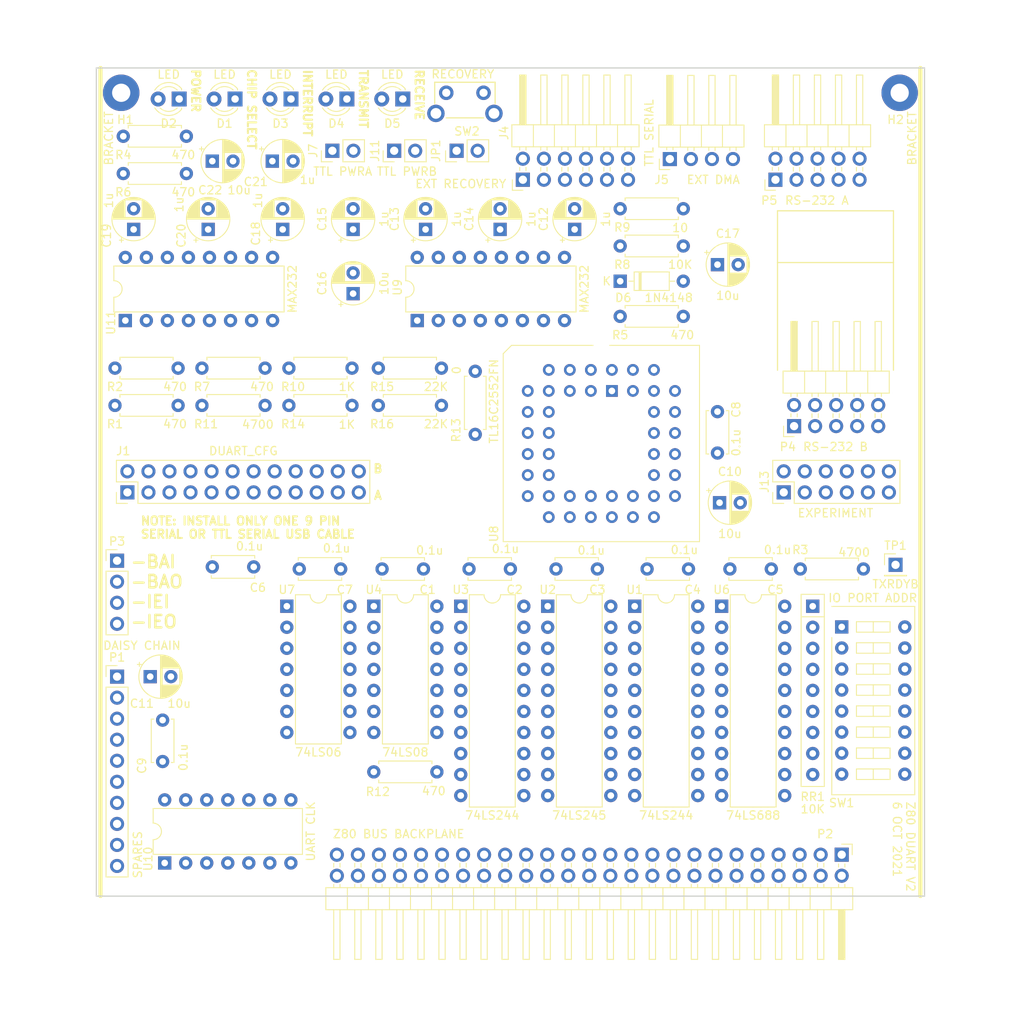
<source format=kicad_pcb>
(kicad_pcb (version 20171130) (host pcbnew "(5.1.10)-1")
  (layers (0 F.Cu signal) (31 B.Cu signal) (34 B.Paste user) (35 F.Paste user) (36 B.SilkS user) (37 F.SilkS user) (38 B.Mask user) (39 F.Mask user) (44 Edge.Cuts user))
  (net 0 "")
  (net 1 VCC)
  (net 2 GND)
  (net 3 /A7)
  (net 4 /A6)
  (net 5 /A5)
  (net 6 /D4)
  (net 7 /A4)
  (net 8 /D3)
  (net 9 /A3)
  (net 10 /D5)
  (net 11 /A2)
  (net 12 /D6)
  (net 13 /A1)
  (net 14 /A0)
  (net 15 /D2)
  (net 16 /D7)
  (net 17 /D0)
  (net 18 /D1)
  (net 19 /SPARE9)
  (net 20 /SPARE0)
  (net 21 /SPARE8)
  (net 22 /SPARE1)
  (net 23 /SPARE7)
  (net 24 /SPARE2)
  (net 25 /SPARE6)
  (net 26 /SPARE3)
  (net 27 /SPARE5)
  (net 28 /SPARE4)
  (net 29 /M1#)
  (net 30 /RESET#)
  (net 31 /WR#)
  (net 32 /RD#)
  (net 33 /IORQ#)
  (net 34 /bM1#)
  (net 35 /bA7)
  (net 36 /bA6)
  (net 37 /bA5)
  (net 38 /bA4)
  (net 39 /bA3)
  (net 40 /bA2)
  (net 41 /bA1)
  (net 42 /bA0)
  (net 43 "Net-(RR1-Pad2)")
  (net 44 "Net-(RR1-Pad3)")
  (net 45 "Net-(RR1-Pad4)")
  (net 46 "Net-(RR1-Pad5)")
  (net 47 "Net-(RR1-Pad6)")
  (net 48 "Net-(RR1-Pad7)")
  (net 49 "Net-(RR1-Pad8)")
  (net 50 "Net-(RR1-Pad9)")
  (net 51 /bD5)
  (net 52 /bD4)
  (net 53 /bD3)
  (net 54 /bD2)
  (net 55 /bD1)
  (net 56 /bD0)
  (net 57 /bRESET#)
  (net 58 /bWR#)
  (net 59 /bD7)
  (net 60 /bD6)
  (net 61 /bRD#)
  (net 62 /bRESET)
  (net 63 "Net-(C12-Pad2)")
  (net 64 "Net-(C12-Pad1)")
  (net 65 "Net-(C13-Pad1)")
  (net 66 /INT#)
  (net 67 /CLK_UART)
  (net 68 "Net-(D1-Pad2)")
  (net 69 /688SEL#)
  (net 70 "Net-(C13-Pad2)")
  (net 71 "Net-(C14-Pad1)")
  (net 72 "Net-(C15-Pad2)")
  (net 73 "Net-(D1-Pad1)")
  (net 74 "Net-(D2-Pad2)")
  (net 75 "Net-(D3-Pad1)")
  (net 76 "Net-(D3-Pad2)")
  (net 77 /NMI#)
  (net 78 "Net-(D4-Pad2)")
  (net 79 "Net-(D4-Pad1)")
  (net 80 "Net-(D5-Pad1)")
  (net 81 "Net-(D5-Pad2)")
  (net 82 "Net-(C17-Pad1)")
  (net 83 "Net-(JP1-Pad2)")
  (net 84 "Net-(C18-Pad2)")
  (net 85 "Net-(C18-Pad1)")
  (net 86 "Net-(C19-Pad2)")
  (net 87 "Net-(C19-Pad1)")
  (net 88 "Net-(C20-Pad1)")
  (net 89 "Net-(C21-Pad2)")
  (net 90 /TTL_TXB)
  (net 91 /TTL_TXA)
  (net 92 /TTL_RXB)
  (net 93 /TTL_RXA)
  (net 94 "Net-(J11-Pad2)")
  (net 95 "Net-(J4-Pad5)")
  (net 96 /TTL_RTSB#)
  (net 97 /TTL_RTSA#)
  (net 98 /TTL_CTSA#)
  (net 99 /TTL_DSRA#)
  (net 100 /TTL_DSRB#)
  (net 101 /TTL_CTSB#)
  (net 102 /TTL_DTRA#)
  (net 103 /TTL_MFA#)
  (net 104 /TTL_MFB#)
  (net 105 /TTL_DTRB#)
  (net 106 /DTRB#)
  (net 107 /CTSB#)
  (net 108 /TXB)
  (net 109 /RTSB#)
  (net 110 /RXB)
  (net 111 /RXA)
  (net 112 /RTSA#)
  (net 113 /TXA)
  (net 114 /CTSA#)
  (net 115 /DTRA#)
  (net 116 /INTA)
  (net 117 /INTB)
  (net 118 /TXRDYA#)
  (net 119 /TXRDYB#)
  (net 120 /GND_UART)
  (net 121 /TTL_RIA#)
  (net 122 /TTL_CDA#)
  (net 123 /TTL_RIB#)
  (net 124 /TTL_CDB#)
  (net 125 /CS_DUART#)
  (net 126 /UINTB#)
  (net 127 "Net-(J5-Pad4)")
  (net 128 /UINTA#)
  (net 129 /CTSB_DSRB#)
  (net 130 /CTSA_DSRA#)
  (net 131 /EXP_CDB#)
  (net 132 /EXP_CDA#)
  (net 133 /EXP_RIB#)
  (net 134 /EXP_RIA#)
  (module Resistors_THT:R_Axial_DIN0207_L6.3mm_D2.5mm_P7.62mm_Horizontal (layer F.Cu) (at 79.05 86.75)
    (fp_text reference R16 (at 0.45 2.25) (layer F.SilkS))
    (fp_text value 22K (at 6.95 2.25) (layer F.SilkS))
    (pad 2 thru_hole oval (at 7.62 0) (size 1.6 1.6) (drill 0.8) (layers *.Cu *.Mask) (net 1 VCC))
    (pad 1 thru_hole circle (at 0 0) (size 1.6 1.6) (drill 0.8) (layers *.Cu *.Mask) (net 126 /UINTB#))
  )
  (module Resistors_THT:R_Axial_DIN0207_L6.3mm_D2.5mm_P7.62mm_Horizontal (layer F.Cu) (at 79.05 82.25)
    (fp_text reference R15 (at 0.45 2.25) (layer F.SilkS))
    (fp_text value 22K (at 6.95 2.25) (layer F.SilkS))
    (pad 2 thru_hole oval (at 7.62 0) (size 1.6 1.6) (drill 0.8) (layers *.Cu *.Mask) (net 1 VCC))
    (pad 1 thru_hole circle (at 0 0) (size 1.6 1.6) (drill 0.8) (layers *.Cu *.Mask) (net 128 /UINTA#))
  )
  (module Resistors_THT:R_Axial_DIN0207_L6.3mm_D2.5mm_P7.62mm_Horizontal (layer F.Cu) (at 68.25 86.75)
    (fp_text reference R14 (at 0.5 2.25) (layer F.SilkS))
    (fp_text value 1K (at 7 2.31) (layer F.SilkS))
    (pad 2 thru_hole oval (at 7.62 0) (size 1.6 1.6) (drill 0.8) (layers *.Cu *.Mask) (net 2 GND))
    (pad 1 thru_hole circle (at 0 0) (size 1.6 1.6) (drill 0.8) (layers *.Cu *.Mask) (net 117 /INTB))
  )
  (module Resistors_THT:R_Axial_DIN0207_L6.3mm_D2.5mm_P7.62mm_Horizontal (layer F.Cu) (at 68.25 82.25)
    (fp_text reference R10 (at 0.5 2.25) (layer F.SilkS))
    (fp_text value 1K (at 7 2.25) (layer F.SilkS))
    (pad 2 thru_hole oval (at 7.62 0) (size 1.6 1.6) (drill 0.8) (layers *.Cu *.Mask) (net 2 GND))
    (pad 1 thru_hole circle (at 0 0) (size 1.6 1.6) (drill 0.8) (layers *.Cu *.Mask) (net 116 /INTA))
  )
  (module Connector_PinHeader_2.54mm:PinHeader_2x12_P2.54mm_Vertical (layer F.Cu) (at 48.75 97.25 90)
    (fp_text reference J1 (at 5 -0.5 180) (layer F.SilkS))
    (fp_text value DUART_CFG (at 5 14 180) (layer F.SilkS))
    (pad 24 thru_hole oval (at 2.54 27.94 90) (size 1.7 1.7) (drill 1) (layers *.Cu *.Mask) (net 100 /TTL_DSRB#))
    (pad 23 thru_hole oval (at 0 27.94 90) (size 1.7 1.7) (drill 1) (layers *.Cu *.Mask) (net 99 /TTL_DSRA#))
    (pad 22 thru_hole oval (at 2.54 25.4 90) (size 1.7 1.7) (drill 1) (layers *.Cu *.Mask) (net 129 /CTSB_DSRB#))
    (pad 21 thru_hole oval (at 0 25.4 90) (size 1.7 1.7) (drill 1) (layers *.Cu *.Mask) (net 130 /CTSA_DSRA#))
    (pad 20 thru_hole oval (at 2.54 22.86 90) (size 1.7 1.7) (drill 1) (layers *.Cu *.Mask) (net 101 /TTL_CTSB#))
    (pad 19 thru_hole oval (at 0 22.86 90) (size 1.7 1.7) (drill 1) (layers *.Cu *.Mask) (net 98 /TTL_CTSA#))
    (pad 18 thru_hole oval (at 2.54 20.32 90) (size 1.7 1.7) (drill 1) (layers *.Cu *.Mask) (net 77 /NMI#))
    (pad 17 thru_hole oval (at 0 20.32 90) (size 1.7 1.7) (drill 1) (layers *.Cu *.Mask) (net 77 /NMI#))
    (pad 16 thru_hole oval (at 2.54 17.78 90) (size 1.7 1.7) (drill 1) (layers *.Cu *.Mask) (net 126 /UINTB#))
    (pad 15 thru_hole oval (at 0 17.78 90) (size 1.7 1.7) (drill 1) (layers *.Cu *.Mask) (net 128 /UINTA#))
    (pad 14 thru_hole oval (at 2.54 15.24 90) (size 1.7 1.7) (drill 1) (layers *.Cu *.Mask) (net 66 /INT#))
    (pad 13 thru_hole oval (at 0 15.24 90) (size 1.7 1.7) (drill 1) (layers *.Cu *.Mask) (net 66 /INT#))
    (pad 12 thru_hole oval (at 2.54 12.7 90) (size 1.7 1.7) (drill 1) (layers *.Cu *.Mask) (net 131 /EXP_CDB#))
    (pad 11 thru_hole oval (at 0 12.7 90) (size 1.7 1.7) (drill 1) (layers *.Cu *.Mask) (net 132 /EXP_CDA#))
    (pad 10 thru_hole oval (at 2.54 10.16 90) (size 1.7 1.7) (drill 1) (layers *.Cu *.Mask) (net 124 /TTL_CDB#))
    (pad 9 thru_hole oval (at 0 10.16 90) (size 1.7 1.7) (drill 1) (layers *.Cu *.Mask) (net 122 /TTL_CDA#))
    (pad 8 thru_hole oval (at 2.54 7.62 90) (size 1.7 1.7) (drill 1) (layers *.Cu *.Mask) (net 2 GND))
    (pad 7 thru_hole oval (at 0 7.62 90) (size 1.7 1.7) (drill 1) (layers *.Cu *.Mask) (net 2 GND))
    (pad 6 thru_hole oval (at 2.54 5.08 90) (size 1.7 1.7) (drill 1) (layers *.Cu *.Mask) (net 133 /EXP_RIB#))
    (pad 5 thru_hole oval (at 0 5.08 90) (size 1.7 1.7) (drill 1) (layers *.Cu *.Mask) (net 134 /EXP_RIA#))
    (pad 4 thru_hole oval (at 2.54 2.54 90) (size 1.7 1.7) (drill 1) (layers *.Cu *.Mask) (net 123 /TTL_RIB#))
    (pad 3 thru_hole oval (at 0 2.54 90) (size 1.7 1.7) (drill 1) (layers *.Cu *.Mask) (net 121 /TTL_RIA#))
    (pad 2 thru_hole oval (at 2.54 0 90) (size 1.7 1.7) (drill 1) (layers *.Cu *.Mask) (net 1 VCC))
    (pad 1 thru_hole rect (at 0 0 90) (size 1.7 1.7) (drill 1) (layers *.Cu *.Mask) (net 1 VCC))
  )
  (module Connector_PinHeader_2.54mm:PinHeader_2x05_P2.54mm_Horizontal (layer F.Cu) (at 129.25 89.25 90)
    (fp_text reference P4 (at -2.5 -0.75 180) (layer F.SilkS))
    (fp_text value "RS-232 B" (at -2.5 5 180) (layer F.SilkS))
    (pad 10 thru_hole oval (at 2.54 10.16 90) (size 1.7 1.7) (drill 1) (layers *.Cu *.Mask))
    (pad 9 thru_hole oval (at 0 10.16 90) (size 1.7 1.7) (drill 1) (layers *.Cu *.Mask) (net 2 GND))
    (pad 8 thru_hole oval (at 2.54 7.62 90) (size 1.7 1.7) (drill 1) (layers *.Cu *.Mask))
    (pad 7 thru_hole oval (at 0 7.62 90) (size 1.7 1.7) (drill 1) (layers *.Cu *.Mask) (net 106 /DTRB#))
    (pad 6 thru_hole oval (at 2.54 5.08 90) (size 1.7 1.7) (drill 1) (layers *.Cu *.Mask) (net 107 /CTSB#))
    (pad 5 thru_hole oval (at 0 5.08 90) (size 1.7 1.7) (drill 1) (layers *.Cu *.Mask) (net 108 /TXB))
    (pad 4 thru_hole oval (at 2.54 2.54 90) (size 1.7 1.7) (drill 1) (layers *.Cu *.Mask) (net 109 /RTSB#))
    (pad 3 thru_hole oval (at 0 2.54 90) (size 1.7 1.7) (drill 1) (layers *.Cu *.Mask) (net 110 /RXB))
    (pad 2 thru_hole oval (at 2.54 0 90) (size 1.7 1.7) (drill 1) (layers *.Cu *.Mask))
    (pad 1 thru_hole rect (at 0 0 90) (size 1.7 1.7) (drill 1) (layers *.Cu *.Mask))
  )
  (module Connector_PinHeader_2.54mm:PinHeader_1x04_P2.54mm_Horizontal (layer F.Cu) (at 114.25 57 90)
    (fp_text reference J5 (at -2.5 -1 180) (layer F.SilkS))
    (fp_text value "EXT DMA" (at -2.5 5.25 180) (layer F.SilkS))
    (pad 4 thru_hole oval (at 0 7.62 90) (size 1.7 1.7) (drill 1) (layers *.Cu *.Mask) (net 127 "Net-(J5-Pad4)"))
    (pad 3 thru_hole oval (at 0 5.08 90) (size 1.7 1.7) (drill 1) (layers *.Cu *.Mask) (net 2 GND))
    (pad 2 thru_hole oval (at 0 2.54 90) (size 1.7 1.7) (drill 1) (layers *.Cu *.Mask) (net 126 /UINTB#))
    (pad 1 thru_hole rect (at 0 0 90) (size 1.7 1.7) (drill 1) (layers *.Cu *.Mask) (net 128 /UINTA#))
  )
  (module LED_THT:LED_D3.0mm (layer F.Cu) (at 82 49.75 180)
    (fp_text reference D5 (at 1.27 -2.96) (layer F.SilkS))
    (fp_text value LED (at 1.27 2.96) (layer F.SilkS))
    (pad 2 thru_hole circle (at 2.54 0 180) (size 1.8 1.8) (drill 0.9) (layers *.Cu *.Mask) (net 81 "Net-(D5-Pad2)"))
    (pad 1 thru_hole rect (at 0 0 180) (size 1.8 1.8) (drill 0.9) (layers *.Cu *.Mask) (net 80 "Net-(D5-Pad1)"))
  )
  (module LED_THT:LED_D3.0mm (layer F.Cu) (at 75.25 49.75 180)
    (fp_text reference D4 (at 1.27 -2.96) (layer F.SilkS))
    (fp_text value LED (at 1.27 2.96) (layer F.SilkS))
    (pad 2 thru_hole circle (at 2.54 0 180) (size 1.8 1.8) (drill 0.9) (layers *.Cu *.Mask) (net 78 "Net-(D4-Pad2)"))
    (pad 1 thru_hole rect (at 0 0 180) (size 1.8 1.8) (drill 0.9) (layers *.Cu *.Mask) (net 79 "Net-(D4-Pad1)"))
  )
  (module LED_THT:LED_D3.0mm (layer F.Cu) (at 68.5 49.75 180)
    (fp_text reference D3 (at 1.27 -2.96) (layer F.SilkS))
    (fp_text value LED (at 1.27 2.96) (layer F.SilkS))
    (pad 2 thru_hole circle (at 2.54 0 180) (size 1.8 1.8) (drill 0.9) (layers *.Cu *.Mask) (net 76 "Net-(D3-Pad2)"))
    (pad 1 thru_hole rect (at 0 0 180) (size 1.8 1.8) (drill 0.9) (layers *.Cu *.Mask) (net 75 "Net-(D3-Pad1)"))
  )
  (module LED_THT:LED_D3.0mm (layer F.Cu) (at 55 49.75 180)
    (fp_text reference D2 (at 1.27 -2.96) (layer F.SilkS))
    (fp_text value LED (at 1.27 2.96) (layer F.SilkS))
    (pad 2 thru_hole circle (at 2.54 0 180) (size 1.8 1.8) (drill 0.9) (layers *.Cu *.Mask) (net 74 "Net-(D2-Pad2)"))
    (pad 1 thru_hole rect (at 0 0 180) (size 1.8 1.8) (drill 0.9) (layers *.Cu *.Mask) (net 2 GND))
  )
  (module LED_THT:LED_D3.0mm (layer F.Cu) (at 61.75 49.75 180)
    (fp_text reference D1 (at 1.27 -2.96) (layer F.SilkS))
    (fp_text value LED (at 1.27 2.96) (layer F.SilkS))
    (pad 2 thru_hole circle (at 2.54 0 180) (size 1.8 1.8) (drill 0.9) (layers *.Cu *.Mask) (net 68 "Net-(D1-Pad2)"))
    (pad 1 thru_hole rect (at 0 0 180) (size 1.8 1.8) (drill 0.9) (layers *.Cu *.Mask) (net 73 "Net-(D1-Pad1)"))
  )
  (module Resistors_THT:R_Axial_DIN0207_L6.3mm_D2.5mm_P7.62mm_Horizontal (layer F.Cu) (at 90.75 90.25 90)
    (fp_text reference R13 (at 0.5 -2.31 90) (layer F.SilkS))
    (fp_text value 0 (at 7.75 -2.25 90) (layer F.SilkS))
    (pad 2 thru_hole oval (at 7.62 0 90) (size 1.6 1.6) (drill 0.8) (layers *.Cu *.Mask) (net 2 GND))
    (pad 1 thru_hole circle (at 0 0 90) (size 1.6 1.6) (drill 0.8) (layers *.Cu *.Mask) (net 120 /GND_UART))
  )
  (module Connector_PinHeader_2.54mm:PinHeader_2x06_P2.54mm_Vertical (layer F.Cu) (at 128 97.25 90)
    (fp_text reference J13 (at 1.27 -2.33 90) (layer F.SilkS))
    (fp_text value EXPERIMENT (at -2.5 6.25 180) (layer F.SilkS))
    (pad 12 thru_hole oval (at 2.54 12.7 90) (size 1.7 1.7) (drill 1) (layers *.Cu *.Mask) (net 2 GND))
    (pad 11 thru_hole oval (at 0 12.7 90) (size 1.7 1.7) (drill 1) (layers *.Cu *.Mask) (net 1 VCC))
    (pad 10 thru_hole oval (at 2.54 10.16 90) (size 1.7 1.7) (drill 1) (layers *.Cu *.Mask) (net 133 /EXP_RIB#))
    (pad 9 thru_hole oval (at 0 10.16 90) (size 1.7 1.7) (drill 1) (layers *.Cu *.Mask) (net 102 /TTL_DTRA#))
    (pad 8 thru_hole oval (at 2.54 7.62 90) (size 1.7 1.7) (drill 1) (layers *.Cu *.Mask) (net 131 /EXP_CDB#))
    (pad 7 thru_hole oval (at 0 7.62 90) (size 1.7 1.7) (drill 1) (layers *.Cu *.Mask) (net 103 /TTL_MFA#))
    (pad 6 thru_hole oval (at 2.54 5.08 90) (size 1.7 1.7) (drill 1) (layers *.Cu *.Mask) (net 104 /TTL_MFB#))
    (pad 5 thru_hole oval (at 0 5.08 90) (size 1.7 1.7) (drill 1) (layers *.Cu *.Mask) (net 132 /EXP_CDA#))
    (pad 4 thru_hole oval (at 2.54 2.54 90) (size 1.7 1.7) (drill 1) (layers *.Cu *.Mask) (net 105 /TTL_DTRB#))
    (pad 3 thru_hole oval (at 0 2.54 90) (size 1.7 1.7) (drill 1) (layers *.Cu *.Mask) (net 134 /EXP_RIA#))
    (pad 2 thru_hole oval (at 2.54 0 90) (size 1.7 1.7) (drill 1) (layers *.Cu *.Mask) (net 1 VCC))
    (pad 1 thru_hole rect (at 0 0 90) (size 1.7 1.7) (drill 1) (layers *.Cu *.Mask) (net 2 GND))
  )
  (module Housings_DIP:DIP-16_W7.62mm (layer F.Cu) (at 48.5 76.5 90)
    (fp_text reference U11 (at -0.25 -1.75 90) (layer F.SilkS))
    (fp_text value MAX232 (at 3.81 20.17 90) (layer F.SilkS))
    (pad 16 thru_hole oval (at 7.62 0 90) (size 1.6 1.6) (drill 0.8) (layers *.Cu *.Mask) (net 1 VCC))
    (pad 8 thru_hole oval (at 0 17.78 90) (size 1.6 1.6) (drill 0.8) (layers *.Cu *.Mask) (net 110 /RXB))
    (pad 15 thru_hole oval (at 7.62 2.54 90) (size 1.6 1.6) (drill 0.8) (layers *.Cu *.Mask) (net 2 GND))
    (pad 7 thru_hole oval (at 0 15.24 90) (size 1.6 1.6) (drill 0.8) (layers *.Cu *.Mask) (net 108 /TXB))
    (pad 14 thru_hole oval (at 7.62 5.08 90) (size 1.6 1.6) (drill 0.8) (layers *.Cu *.Mask) (net 109 /RTSB#))
    (pad 6 thru_hole oval (at 0 12.7 90) (size 1.6 1.6) (drill 0.8) (layers *.Cu *.Mask) (net 89 "Net-(C21-Pad2)"))
    (pad 13 thru_hole oval (at 7.62 7.62 90) (size 1.6 1.6) (drill 0.8) (layers *.Cu *.Mask) (net 107 /CTSB#))
    (pad 5 thru_hole oval (at 0 10.16 90) (size 1.6 1.6) (drill 0.8) (layers *.Cu *.Mask) (net 86 "Net-(C19-Pad2)"))
    (pad 12 thru_hole oval (at 7.62 10.16 90) (size 1.6 1.6) (drill 0.8) (layers *.Cu *.Mask) (net 101 /TTL_CTSB#))
    (pad 4 thru_hole oval (at 0 7.62 90) (size 1.6 1.6) (drill 0.8) (layers *.Cu *.Mask) (net 87 "Net-(C19-Pad1)"))
    (pad 11 thru_hole oval (at 7.62 12.7 90) (size 1.6 1.6) (drill 0.8) (layers *.Cu *.Mask) (net 96 /TTL_RTSB#))
    (pad 3 thru_hole oval (at 0 5.08 90) (size 1.6 1.6) (drill 0.8) (layers *.Cu *.Mask) (net 84 "Net-(C18-Pad2)"))
    (pad 10 thru_hole oval (at 7.62 15.24 90) (size 1.6 1.6) (drill 0.8) (layers *.Cu *.Mask) (net 90 /TTL_TXB))
    (pad 2 thru_hole oval (at 0 2.54 90) (size 1.6 1.6) (drill 0.8) (layers *.Cu *.Mask) (net 88 "Net-(C20-Pad1)"))
    (pad 9 thru_hole oval (at 7.62 17.78 90) (size 1.6 1.6) (drill 0.8) (layers *.Cu *.Mask) (net 92 /TTL_RXB))
    (pad 1 thru_hole rect (at 0 0 90) (size 1.6 1.6) (drill 0.8) (layers *.Cu *.Mask) (net 85 "Net-(C18-Pad1)"))
  )
  (module Resistors_THT:R_Axial_DIN0207_L6.3mm_D2.5mm_P7.62mm_Horizontal (layer F.Cu) (at 78.5 131)
    (fp_text reference R12 (at 0.489775 2.4) (layer F.SilkS))
    (fp_text value 470 (at 7.239775 2.31) (layer F.SilkS))
    (pad 2 thru_hole oval (at 7.62 0) (size 1.6 1.6) (drill 0.8) (layers *.Cu *.Mask) (net 1 VCC))
    (pad 1 thru_hole circle (at 0 0) (size 1.6 1.6) (drill 0.8) (layers *.Cu *.Mask) (net 106 /DTRB#))
  )
  (module Connector_PinHeader_2.54mm:PinHeader_1x02_P2.54mm_Vertical (layer F.Cu) (at 80.96 56 90)
    (fp_text reference J11 (at 0 -2.33 90) (layer F.SilkS))
    (fp_text value "TTL PWRB" (at -2.5 1.54) (layer F.SilkS))
    (pad 2 thru_hole oval (at 0 2.54 90) (size 1.7 1.7) (drill 1) (layers *.Cu *.Mask) (net 94 "Net-(J11-Pad2)"))
    (pad 1 thru_hole rect (at 0 0 90) (size 1.7 1.7) (drill 1) (layers *.Cu *.Mask) (net 1 VCC))
  )
  (module Connector_PinHeader_2.54mm:PinHeader_2x06_P2.54mm_Horizontal (layer F.Cu) (at 96.5 59.5 90)
    (fp_text reference J4 (at 5.655 -2.27 90) (layer F.SilkS))
    (fp_text value "TTL SERIAL" (at 5.655 15.25 90) (layer F.SilkS))
    (pad 12 thru_hole oval (at 2.54 12.7 90) (size 1.7 1.7) (drill 1) (layers *.Cu *.Mask) (net 129 /CTSB_DSRB#))
    (pad 11 thru_hole oval (at 0 12.7 90) (size 1.7 1.7) (drill 1) (layers *.Cu *.Mask) (net 130 /CTSA_DSRA#))
    (pad 10 thru_hole oval (at 2.54 10.16 90) (size 1.7 1.7) (drill 1) (layers *.Cu *.Mask) (net 90 /TTL_TXB))
    (pad 9 thru_hole oval (at 0 10.16 90) (size 1.7 1.7) (drill 1) (layers *.Cu *.Mask) (net 91 /TTL_TXA))
    (pad 8 thru_hole oval (at 2.54 7.62 90) (size 1.7 1.7) (drill 1) (layers *.Cu *.Mask) (net 92 /TTL_RXB))
    (pad 7 thru_hole oval (at 0 7.62 90) (size 1.7 1.7) (drill 1) (layers *.Cu *.Mask) (net 93 /TTL_RXA))
    (pad 6 thru_hole oval (at 2.54 5.08 90) (size 1.7 1.7) (drill 1) (layers *.Cu *.Mask) (net 94 "Net-(J11-Pad2)"))
    (pad 5 thru_hole oval (at 0 5.08 90) (size 1.7 1.7) (drill 1) (layers *.Cu *.Mask) (net 95 "Net-(J4-Pad5)"))
    (pad 4 thru_hole oval (at 2.54 2.54 90) (size 1.7 1.7) (drill 1) (layers *.Cu *.Mask) (net 96 /TTL_RTSB#))
    (pad 3 thru_hole oval (at 0 2.54 90) (size 1.7 1.7) (drill 1) (layers *.Cu *.Mask) (net 97 /TTL_RTSA#))
    (pad 2 thru_hole oval (at 2.54 0 90) (size 1.7 1.7) (drill 1) (layers *.Cu *.Mask) (net 2 GND))
    (pad 1 thru_hole rect (at 0 0 90) (size 1.7 1.7) (drill 1) (layers *.Cu *.Mask) (net 2 GND))
  )
  (module Capacitor_THT:CP_Radial_D5.0mm_P2.50mm (layer F.Cu) (at 59 57.25)
    (fp_text reference C22 (at -0.25 3.5) (layer F.SilkS))
    (fp_text value 10u (at 3.25 3.5) (layer F.SilkS))
    (pad 2 thru_hole circle (at 2.5 0) (size 1.6 1.6) (drill 0.8) (layers *.Cu *.Mask) (net 2 GND))
    (pad 1 thru_hole rect (at 0 0) (size 1.6 1.6) (drill 0.8) (layers *.Cu *.Mask) (net 1 VCC))
  )
  (module Capacitor_THT:CP_Radial_D5.0mm_P2.50mm (layer F.Cu) (at 66.25 57.25)
    (fp_text reference C21 (at -2 2.5) (layer F.SilkS))
    (fp_text value 1u (at 4.25 2.25) (layer F.SilkS))
    (pad 2 thru_hole circle (at 2.5 0) (size 1.6 1.6) (drill 0.8) (layers *.Cu *.Mask) (net 89 "Net-(C21-Pad2)"))
    (pad 1 thru_hole rect (at 0 0) (size 1.6 1.6) (drill 0.8) (layers *.Cu *.Mask) (net 2 GND))
  )
  (module Capacitor_THT:CP_Radial_D5.0mm_P2.50mm (layer F.Cu) (at 58.5 65.5 90)
    (fp_text reference C20 (at -0.75 -3.25 90) (layer F.SilkS))
    (fp_text value 1u (at 3 -3.5 90) (layer F.SilkS))
    (pad 2 thru_hole circle (at 2.5 0 90) (size 1.6 1.6) (drill 0.8) (layers *.Cu *.Mask) (net 1 VCC))
    (pad 1 thru_hole rect (at 0 0 90) (size 1.6 1.6) (drill 0.8) (layers *.Cu *.Mask) (net 88 "Net-(C20-Pad1)"))
  )
  (module Capacitor_THT:CP_Radial_D5.0mm_P2.50mm (layer F.Cu) (at 49.5 65.5 90)
    (fp_text reference C19 (at -0.75 -3.25 90) (layer F.SilkS))
    (fp_text value 1u (at 3.5 -3 90) (layer F.SilkS))
    (pad 2 thru_hole circle (at 2.5 0 90) (size 1.6 1.6) (drill 0.8) (layers *.Cu *.Mask) (net 86 "Net-(C19-Pad2)"))
    (pad 1 thru_hole rect (at 0 0 90) (size 1.6 1.6) (drill 0.8) (layers *.Cu *.Mask) (net 87 "Net-(C19-Pad1)"))
  )
  (module Capacitor_THT:CP_Radial_D5.0mm_P2.50mm (layer F.Cu) (at 67.5 65.5 90)
    (fp_text reference C18 (at -0.5 -3.25 90) (layer F.SilkS))
    (fp_text value 1u (at 3.5 -3 90) (layer F.SilkS))
    (pad 2 thru_hole circle (at 2.5 0 90) (size 1.6 1.6) (drill 0.8) (layers *.Cu *.Mask) (net 84 "Net-(C18-Pad2)"))
    (pad 1 thru_hole rect (at 0 0 90) (size 1.6 1.6) (drill 0.8) (layers *.Cu *.Mask) (net 85 "Net-(C18-Pad1)"))
  )
  (module Package_LCC:PLCC-44_THT-Socket (layer F.Cu) (at 107.25 85)
    (fp_text reference U8 (at -14.25 17.25 90) (layer F.SilkS))
    (fp_text value TL16C2552FN (at -14.25 1.25 90) (layer F.SilkS))
    (pad 39 thru_hole circle (at 7.62 0) (size 1.4224 1.4224) (drill 0.8) (layers *.Cu *.Mask) (net 93 /TTL_RXA))
    (pad 37 thru_hole circle (at 7.62 2.54) (size 1.4224 1.4224) (drill 0.8) (layers *.Cu *.Mask) (net 102 /TTL_DTRA#))
    (pad 35 thru_hole circle (at 7.62 5.08) (size 1.4224 1.4224) (drill 0.8) (layers *.Cu *.Mask) (net 103 /TTL_MFA#))
    (pad 33 thru_hole circle (at 7.62 7.62) (size 1.4224 1.4224) (drill 0.8) (layers *.Cu *.Mask) (net 1 VCC))
    (pad 31 thru_hole circle (at 7.62 10.16) (size 1.4224 1.4224) (drill 0.8) (layers *.Cu *.Mask) (net 123 /TTL_RIB#))
    (pad 40 thru_hole circle (at 5.08 -2.54) (size 1.4224 1.4224) (drill 0.8) (layers *.Cu *.Mask) (net 98 /TTL_CTSA#))
    (pad 38 thru_hole circle (at 5.08 2.54) (size 1.4224 1.4224) (drill 0.8) (layers *.Cu *.Mask) (net 91 /TTL_TXA))
    (pad 36 thru_hole circle (at 5.08 5.08) (size 1.4224 1.4224) (drill 0.8) (layers *.Cu *.Mask) (net 97 /TTL_RTSA#))
    (pad 34 thru_hole circle (at 5.08 7.62) (size 1.4224 1.4224) (drill 0.8) (layers *.Cu *.Mask) (net 116 /INTA))
    (pad 32 thru_hole circle (at 5.08 10.16) (size 1.4224 1.4224) (drill 0.8) (layers *.Cu *.Mask) (net 119 /TXRDYB#))
    (pad 30 thru_hole circle (at 5.08 12.7) (size 1.4224 1.4224) (drill 0.8) (layers *.Cu *.Mask) (net 124 /TTL_CDB#))
    (pad 28 thru_hole circle (at 5.08 15.24) (size 1.4224 1.4224) (drill 0.8) (layers *.Cu *.Mask) (net 101 /TTL_CTSB#))
    (pad 26 thru_hole circle (at 2.54 15.24) (size 1.4224 1.4224) (drill 0.8) (layers *.Cu *.Mask) (net 90 /TTL_TXB))
    (pad 24 thru_hole circle (at 0 15.24) (size 1.4224 1.4224) (drill 0.8) (layers *.Cu *.Mask) (net 61 /bRD#))
    (pad 22 thru_hole circle (at -2.54 15.24) (size 1.4224 1.4224) (drill 0.8) (layers *.Cu *.Mask) (net 2 GND))
    (pad 20 thru_hole circle (at -5.08 15.24) (size 1.4224 1.4224) (drill 0.8) (layers *.Cu *.Mask) (net 58 /bWR#))
    (pad 18 thru_hole circle (at -7.62 15.24) (size 1.4224 1.4224) (drill 0.8) (layers *.Cu *.Mask) (net 125 /CS_DUART#))
    (pad 29 thru_hole circle (at 7.62 12.7) (size 1.4224 1.4224) (drill 0.8) (layers *.Cu *.Mask) (net 100 /TTL_DSRB#))
    (pad 27 thru_hole circle (at 2.54 12.7) (size 1.4224 1.4224) (drill 0.8) (layers *.Cu *.Mask) (net 105 /TTL_DTRB#))
    (pad 25 thru_hole circle (at 0 12.7) (size 1.4224 1.4224) (drill 0.8) (layers *.Cu *.Mask) (net 92 /TTL_RXB))
    (pad 23 thru_hole circle (at -2.54 12.7) (size 1.4224 1.4224) (drill 0.8) (layers *.Cu *.Mask) (net 96 /TTL_RTSB#))
    (pad 21 thru_hole circle (at -5.08 12.7) (size 1.4224 1.4224) (drill 0.8) (layers *.Cu *.Mask) (net 62 /bRESET))
    (pad 19 thru_hole circle (at -7.62 12.7) (size 1.4224 1.4224) (drill 0.8) (layers *.Cu *.Mask) (net 104 /TTL_MFB#))
    (pad 17 thru_hole circle (at -10.16 12.7) (size 1.4224 1.4224) (drill 0.8) (layers *.Cu *.Mask) (net 117 /INTB))
    (pad 15 thru_hole circle (at -10.16 10.16) (size 1.4224 1.4224) (drill 0.8) (layers *.Cu *.Mask) (net 40 /bA2))
    (pad 13 thru_hole circle (at -10.16 7.62) (size 1.4224 1.4224) (drill 0.8) (layers *.Cu *.Mask))
    (pad 11 thru_hole circle (at -10.16 5.08) (size 1.4224 1.4224) (drill 0.8) (layers *.Cu *.Mask) (net 67 /CLK_UART))
    (pad 9 thru_hole circle (at -10.16 2.54) (size 1.4224 1.4224) (drill 0.8) (layers *.Cu *.Mask) (net 59 /bD7))
    (pad 7 thru_hole circle (at -10.16 0) (size 1.4224 1.4224) (drill 0.8) (layers *.Cu *.Mask) (net 51 /bD5))
    (pad 16 thru_hole circle (at -7.62 10.16) (size 1.4224 1.4224) (drill 0.8) (layers *.Cu *.Mask) (net 39 /bA3))
    (pad 14 thru_hole circle (at -7.62 7.62) (size 1.4224 1.4224) (drill 0.8) (layers *.Cu *.Mask) (net 41 /bA1))
    (pad 12 thru_hole circle (at -7.62 5.08) (size 1.4224 1.4224) (drill 0.8) (layers *.Cu *.Mask) (net 120 /GND_UART))
    (pad 10 thru_hole circle (at -7.62 2.54) (size 1.4224 1.4224) (drill 0.8) (layers *.Cu *.Mask) (net 42 /bA0))
    (pad 8 thru_hole circle (at -7.62 0) (size 1.4224 1.4224) (drill 0.8) (layers *.Cu *.Mask) (net 60 /bD6))
    (pad 42 thru_hole circle (at 2.54 -2.54) (size 1.4224 1.4224) (drill 0.8) (layers *.Cu *.Mask) (net 122 /TTL_CDA#))
    (pad 44 thru_hole circle (at 0 -2.54) (size 1.4224 1.4224) (drill 0.8) (layers *.Cu *.Mask) (net 1 VCC))
    (pad 6 thru_hole circle (at -7.62 -2.54) (size 1.4224 1.4224) (drill 0.8) (layers *.Cu *.Mask) (net 52 /bD4))
    (pad 4 thru_hole circle (at -5.08 -2.54) (size 1.4224 1.4224) (drill 0.8) (layers *.Cu *.Mask) (net 54 /bD2))
    (pad 2 thru_hole circle (at -2.54 -2.54) (size 1.4224 1.4224) (drill 0.8) (layers *.Cu *.Mask) (net 56 /bD0))
    (pad 41 thru_hole circle (at 5.08 0) (size 1.4224 1.4224) (drill 0.8) (layers *.Cu *.Mask) (net 99 /TTL_DSRA#))
    (pad 43 thru_hole circle (at 2.54 0) (size 1.4224 1.4224) (drill 0.8) (layers *.Cu *.Mask) (net 121 /TTL_RIA#))
    (pad 5 thru_hole circle (at -5.08 0) (size 1.4224 1.4224) (drill 0.8) (layers *.Cu *.Mask) (net 53 /bD3))
    (pad 3 thru_hole circle (at -2.54 0) (size 1.4224 1.4224) (drill 0.8) (layers *.Cu *.Mask) (net 55 /bD1))
    (pad 1 thru_hole rect (at 0 0) (size 1.4224 1.4224) (drill 0.8) (layers *.Cu *.Mask) (net 118 /TXRDYA#))
  )
  (module Resistors_THT:R_Axial_DIN0207_L6.3mm_D2.5mm_P7.62mm_Horizontal (layer F.Cu) (at 57.75 86.75)
    (fp_text reference R11 (at 0.5 2.25) (layer F.SilkS))
    (fp_text value 4700 (at 6.75 2.31) (layer F.SilkS))
    (pad 2 thru_hole oval (at 7.62 0) (size 1.6 1.6) (drill 0.8) (layers *.Cu *.Mask) (net 1 VCC))
    (pad 1 thru_hole circle (at 0 0) (size 1.6 1.6) (drill 0.8) (layers *.Cu *.Mask) (net 127 "Net-(J5-Pad4)"))
  )
  (module Housings_DIP:DIP-14_W7.62mm (layer F.Cu) (at 53.25 142 90)
    (fp_text reference U10 (at 0.5 -2 90) (layer F.SilkS))
    (fp_text value "UART CLK" (at 3.81 17.63 90) (layer F.SilkS))
    (pad 14 thru_hole oval (at 7.62 0 90) (size 1.6 1.6) (drill 0.8) (layers *.Cu *.Mask) (net 1 VCC))
    (pad 7 thru_hole oval (at 0 15.24 90) (size 1.6 1.6) (drill 0.8) (layers *.Cu *.Mask) (net 2 GND))
    (pad 13 thru_hole oval (at 7.62 2.54 90) (size 1.6 1.6) (drill 0.8) (layers *.Cu *.Mask))
    (pad 6 thru_hole oval (at 0 12.7 90) (size 1.6 1.6) (drill 0.8) (layers *.Cu *.Mask))
    (pad 12 thru_hole oval (at 7.62 5.08 90) (size 1.6 1.6) (drill 0.8) (layers *.Cu *.Mask))
    (pad 5 thru_hole oval (at 0 10.16 90) (size 1.6 1.6) (drill 0.8) (layers *.Cu *.Mask))
    (pad 11 thru_hole oval (at 7.62 7.62 90) (size 1.6 1.6) (drill 0.8) (layers *.Cu *.Mask) (net 67 /CLK_UART))
    (pad 4 thru_hole oval (at 0 7.62 90) (size 1.6 1.6) (drill 0.8) (layers *.Cu *.Mask) (net 2 GND))
    (pad 10 thru_hole oval (at 7.62 10.16 90) (size 1.6 1.6) (drill 0.8) (layers *.Cu *.Mask))
    (pad 3 thru_hole oval (at 0 5.08 90) (size 1.6 1.6) (drill 0.8) (layers *.Cu *.Mask))
    (pad 9 thru_hole oval (at 7.62 12.7 90) (size 1.6 1.6) (drill 0.8) (layers *.Cu *.Mask))
    (pad 2 thru_hole oval (at 0 2.54 90) (size 1.6 1.6) (drill 0.8) (layers *.Cu *.Mask))
    (pad 8 thru_hole oval (at 7.62 15.24 90) (size 1.6 1.6) (drill 0.8) (layers *.Cu *.Mask) (net 67 /CLK_UART))
    (pad 1 thru_hole rect (at 0 0 90) (size 1.6 1.6) (drill 0.8) (layers *.Cu *.Mask) (net 1 VCC))
  )
  (module Buttons_Switches_THT:SW_Tactile_SPST_Angled (layer F.Cu) (at 87.25 49)
    (fp_text reference SW2 (at 2.5 4.65) (layer F.SilkS))
    (fp_text value RECOVERY (at 2 -2.25) (layer F.SilkS))
    (pad "" thru_hole circle (at -1.25 2.49) (size 2.1 2.1) (drill 1.3) (layers *.Cu *.Mask))
    (pad 1 thru_hole circle (at 0 0) (size 1.75 1.75) (drill 0.99) (layers *.Cu *.Mask) (net 121 /TTL_RIA#))
    (pad 2 thru_hole circle (at 4.5 0) (size 1.75 1.75) (drill 0.99) (layers *.Cu *.Mask) (net 83 "Net-(JP1-Pad2)"))
    (pad "" thru_hole circle (at 5.76 2.49) (size 2.1 2.1) (drill 1.3) (layers *.Cu *.Mask))
  )
  (module Resistors_THT:R_Axial_DIN0207_L6.3mm_D2.5mm_P7.62mm_Horizontal (layer F.Cu) (at 108.25 63)
    (fp_text reference R9 (at 0.25 2.25) (layer F.SilkS))
    (fp_text value 10 (at 7.25 2.31) (layer F.SilkS))
    (pad 2 thru_hole oval (at 7.62 0) (size 1.6 1.6) (drill 0.8) (layers *.Cu *.Mask) (net 82 "Net-(C17-Pad1)"))
    (pad 1 thru_hole circle (at 0 0) (size 1.6 1.6) (drill 0.8) (layers *.Cu *.Mask) (net 83 "Net-(JP1-Pad2)"))
  )
  (module Resistors_THT:R_Axial_DIN0207_L6.3mm_D2.5mm_P7.62mm_Horizontal (layer F.Cu) (at 108.25 67.5)
    (fp_text reference R8 (at 0.25 2.25) (layer F.SilkS))
    (fp_text value 10K (at 7.25 2.25) (layer F.SilkS))
    (pad 2 thru_hole oval (at 7.62 0) (size 1.6 1.6) (drill 0.8) (layers *.Cu *.Mask) (net 1 VCC))
    (pad 1 thru_hole circle (at 0 0) (size 1.6 1.6) (drill 0.8) (layers *.Cu *.Mask) (net 82 "Net-(C17-Pad1)"))
  )
  (module Connector_PinHeader_2.54mm:PinHeader_1x02_P2.54mm_Vertical (layer F.Cu) (at 88.5 56 90)
    (fp_text reference JP1 (at 0 -2.5 90) (layer F.SilkS))
    (fp_text value "EXT RECOVERY" (at -4 0.5 180) (layer F.SilkS))
    (pad 2 thru_hole oval (at 0 2.54 90) (size 1.7 1.7) (drill 1) (layers *.Cu *.Mask) (net 83 "Net-(JP1-Pad2)"))
    (pad 1 thru_hole rect (at 0 0 90) (size 1.7 1.7) (drill 1) (layers *.Cu *.Mask) (net 121 /TTL_RIA#))
  )
  (module MountingHole:MountingHole_2.2mm_M2_Pad (layer F.Cu) (at 142 49)
    (fp_text reference H2 (at -0.5 3.25) (layer F.SilkS))
    (fp_text value BRACKET (at 1.5 5.5 90) (layer F.SilkS))
    (pad 1 thru_hole circle (at 0 0) (size 4.4 4.4) (drill 2.2) (layers *.Cu *.Mask) (net 2 GND))
  )
  (module MountingHole:MountingHole_2.2mm_M2_Pad (layer F.Cu) (at 48 49)
    (fp_text reference H1 (at 0.5 3.25) (layer F.SilkS))
    (fp_text value BRACKET (at -1.5 5.5 90) (layer F.SilkS))
    (pad 1 thru_hole circle (at 0 0) (size 4.4 4.4) (drill 2.2) (layers *.Cu *.Mask) (net 2 GND))
  )
  (module Diode_THT:D_DO-35_SOD27_P7.62mm_Horizontal (layer F.Cu) (at 108.25 71.75)
    (fp_text reference D6 (at 0.37 2) (layer F.SilkS))
    (fp_text value 1N4148 (at 5.87 2) (layer F.SilkS))
    (fp_text user K (at -1.63 0) (layer F.SilkS))
    (pad 2 thru_hole oval (at 7.62 0) (size 1.6 1.6) (drill 0.8) (layers *.Cu *.Mask) (net 82 "Net-(C17-Pad1)"))
    (pad 1 thru_hole rect (at 0 0) (size 1.6 1.6) (drill 0.8) (layers *.Cu *.Mask) (net 1 VCC))
  )
  (module Capacitor_THT:CP_Radial_D5.0mm_P2.50mm (layer F.Cu) (at 120 69.75)
    (fp_text reference C17 (at 1.25 -3.75) (layer F.SilkS))
    (fp_text value 10u (at 1.25 3.75) (layer F.SilkS))
    (pad 2 thru_hole circle (at 2.5 0) (size 1.6 1.6) (drill 0.8) (layers *.Cu *.Mask) (net 2 GND))
    (pad 1 thru_hole rect (at 0 0) (size 1.6 1.6) (drill 0.8) (layers *.Cu *.Mask) (net 82 "Net-(C17-Pad1)"))
  )
  (module Buttons_Switches_THT:SW_DIP_x8_W7.62mm_Slide (layer F.Cu) (at 135 113.5)
    (fp_text reference SW1 (at 0 21.25) (layer F.SilkS))
    (fp_text value "IO PORT ADDR" (at 3.75 -3.5) (layer F.SilkS))
    (pad 1 thru_hole rect (at 0 0) (size 1.6 1.6) (drill 0.8) (layers *.Cu *.Mask) (net 2 GND))
    (pad 9 thru_hole oval (at 7.62 17.78) (size 1.6 1.6) (drill 0.8) (layers *.Cu *.Mask))
    (pad 2 thru_hole oval (at 0 2.54) (size 1.6 1.6) (drill 0.8) (layers *.Cu *.Mask) (net 2 GND))
    (pad 10 thru_hole oval (at 7.62 15.24) (size 1.6 1.6) (drill 0.8) (layers *.Cu *.Mask))
    (pad 3 thru_hole oval (at 0 5.08) (size 1.6 1.6) (drill 0.8) (layers *.Cu *.Mask) (net 2 GND))
    (pad 11 thru_hole oval (at 7.62 12.7) (size 1.6 1.6) (drill 0.8) (layers *.Cu *.Mask))
    (pad 4 thru_hole oval (at 0 7.62) (size 1.6 1.6) (drill 0.8) (layers *.Cu *.Mask) (net 2 GND))
    (pad 12 thru_hole oval (at 7.62 10.16) (size 1.6 1.6) (drill 0.8) (layers *.Cu *.Mask))
    (pad 5 thru_hole oval (at 0 10.16) (size 1.6 1.6) (drill 0.8) (layers *.Cu *.Mask))
    (pad 13 thru_hole oval (at 7.62 7.62) (size 1.6 1.6) (drill 0.8) (layers *.Cu *.Mask) (net 47 "Net-(RR1-Pad6)"))
    (pad 6 thru_hole oval (at 0 12.7) (size 1.6 1.6) (drill 0.8) (layers *.Cu *.Mask))
    (pad 14 thru_hole oval (at 7.62 5.08) (size 1.6 1.6) (drill 0.8) (layers *.Cu *.Mask) (net 48 "Net-(RR1-Pad7)"))
    (pad 7 thru_hole oval (at 0 15.24) (size 1.6 1.6) (drill 0.8) (layers *.Cu *.Mask))
    (pad 15 thru_hole oval (at 7.62 2.54) (size 1.6 1.6) (drill 0.8) (layers *.Cu *.Mask) (net 49 "Net-(RR1-Pad8)"))
    (pad 8 thru_hole oval (at 0 17.78) (size 1.6 1.6) (drill 0.8) (layers *.Cu *.Mask))
    (pad 16 thru_hole oval (at 7.62 0) (size 1.6 1.6) (drill 0.8) (layers *.Cu *.Mask) (net 50 "Net-(RR1-Pad9)"))
  )
  (module Capacitor_THT:C_Disc_D5.0mm_W2.5mm_P5.00mm (layer F.Cu) (at 95 106.5 180)
    (fp_text reference C2 (at -0.5 -2.5 180) (layer F.SilkS))
    (fp_text value 0.1u (at 0.61 2.44 180) (layer F.SilkS))
    (pad 2 thru_hole circle (at 5 0 180) (size 1.6 1.6) (drill 0.8) (layers *.Cu *.Mask) (net 2 GND))
    (pad 1 thru_hole circle (at 0 0 180) (size 1.6 1.6) (drill 0.8) (layers *.Cu *.Mask) (net 1 VCC))
  )
  (module Capacitor_THT:C_Disc_D5.0mm_W2.5mm_P5.00mm (layer F.Cu) (at 126.5 106.5 180)
    (fp_text reference C5 (at -0.5 -2.5 180) (layer F.SilkS))
    (fp_text value 0.1u (at -0.75 2.31 180) (layer F.SilkS))
    (pad 1 thru_hole circle (at 0 0 180) (size 1.6 1.6) (drill 0.8) (layers *.Cu *.Mask) (net 1 VCC))
    (pad 2 thru_hole circle (at 5 0 180) (size 1.6 1.6) (drill 0.8) (layers *.Cu *.Mask) (net 2 GND))
  )
  (module Capacitor_THT:C_Disc_D5.0mm_W2.5mm_P5.00mm (layer F.Cu) (at 105.5 106.5 180)
    (fp_text reference C3 (at 0 -2.5 180) (layer F.SilkS))
    (fp_text value 0.1u (at 0.75 2.25 180) (layer F.SilkS))
    (pad 1 thru_hole circle (at 0 0 180) (size 1.6 1.6) (drill 0.8) (layers *.Cu *.Mask) (net 1 VCC))
    (pad 2 thru_hole circle (at 5 0 180) (size 1.6 1.6) (drill 0.8) (layers *.Cu *.Mask) (net 2 GND))
  )
  (module Capacitor_THT:C_Disc_D5.0mm_W2.5mm_P5.00mm (layer F.Cu) (at 116.5 106.5 180)
    (fp_text reference C4 (at -0.5 -2.5 180) (layer F.SilkS))
    (fp_text value 0.1u (at 0.5 2.31 180) (layer F.SilkS))
    (pad 2 thru_hole circle (at 5 0 180) (size 1.6 1.6) (drill 0.8) (layers *.Cu *.Mask) (net 2 GND))
    (pad 1 thru_hole circle (at 0 0 180) (size 1.6 1.6) (drill 0.8) (layers *.Cu *.Mask) (net 1 VCC))
  )
  (module Capacitor_THT:C_Disc_D5.0mm_W2.5mm_P5.00mm (layer F.Cu) (at 84.5 106.5 180)
    (fp_text reference C1 (at -0.5 -2.5 180) (layer F.SilkS))
    (fp_text value 0.1u (at -0.75 2.25 180) (layer F.SilkS))
    (pad 2 thru_hole circle (at 5 0 180) (size 1.6 1.6) (drill 0.8) (layers *.Cu *.Mask) (net 2 GND))
    (pad 1 thru_hole circle (at 0 0 180) (size 1.6 1.6) (drill 0.8) (layers *.Cu *.Mask) (net 1 VCC))
  )
  (module Housings_DIP:DIP-20_W7.62mm (layer F.Cu) (at 99.5 111)
    (fp_text reference U2 (at 0 -2) (layer F.SilkS))
    (fp_text value 74LS245 (at 3.81 25.25) (layer F.SilkS))
    (pad 1 thru_hole rect (at 0 0) (size 1.6 1.6) (drill 0.8) (layers *.Cu *.Mask) (net 32 /RD#))
    (pad 11 thru_hole oval (at 7.62 22.86) (size 1.6 1.6) (drill 0.8) (layers *.Cu *.Mask) (net 59 /bD7))
    (pad 2 thru_hole oval (at 0 2.54) (size 1.6 1.6) (drill 0.8) (layers *.Cu *.Mask) (net 17 /D0))
    (pad 12 thru_hole oval (at 7.62 20.32) (size 1.6 1.6) (drill 0.8) (layers *.Cu *.Mask) (net 60 /bD6))
    (pad 3 thru_hole oval (at 0 5.08) (size 1.6 1.6) (drill 0.8) (layers *.Cu *.Mask) (net 18 /D1))
    (pad 13 thru_hole oval (at 7.62 17.78) (size 1.6 1.6) (drill 0.8) (layers *.Cu *.Mask) (net 51 /bD5))
    (pad 4 thru_hole oval (at 0 7.62) (size 1.6 1.6) (drill 0.8) (layers *.Cu *.Mask) (net 15 /D2))
    (pad 14 thru_hole oval (at 7.62 15.24) (size 1.6 1.6) (drill 0.8) (layers *.Cu *.Mask) (net 52 /bD4))
    (pad 5 thru_hole oval (at 0 10.16) (size 1.6 1.6) (drill 0.8) (layers *.Cu *.Mask) (net 8 /D3))
    (pad 15 thru_hole oval (at 7.62 12.7) (size 1.6 1.6) (drill 0.8) (layers *.Cu *.Mask) (net 53 /bD3))
    (pad 6 thru_hole oval (at 0 12.7) (size 1.6 1.6) (drill 0.8) (layers *.Cu *.Mask) (net 6 /D4))
    (pad 16 thru_hole oval (at 7.62 10.16) (size 1.6 1.6) (drill 0.8) (layers *.Cu *.Mask) (net 54 /bD2))
    (pad 7 thru_hole oval (at 0 15.24) (size 1.6 1.6) (drill 0.8) (layers *.Cu *.Mask) (net 10 /D5))
    (pad 17 thru_hole oval (at 7.62 7.62) (size 1.6 1.6) (drill 0.8) (layers *.Cu *.Mask) (net 55 /bD1))
    (pad 8 thru_hole oval (at 0 17.78) (size 1.6 1.6) (drill 0.8) (layers *.Cu *.Mask) (net 12 /D6))
    (pad 18 thru_hole oval (at 7.62 5.08) (size 1.6 1.6) (drill 0.8) (layers *.Cu *.Mask) (net 56 /bD0))
    (pad 9 thru_hole oval (at 0 20.32) (size 1.6 1.6) (drill 0.8) (layers *.Cu *.Mask) (net 16 /D7))
    (pad 19 thru_hole oval (at 7.62 2.54) (size 1.6 1.6) (drill 0.8) (layers *.Cu *.Mask) (net 125 /CS_DUART#))
    (pad 10 thru_hole oval (at 0 22.86) (size 1.6 1.6) (drill 0.8) (layers *.Cu *.Mask) (net 2 GND))
    (pad 20 thru_hole oval (at 7.62 0) (size 1.6 1.6) (drill 0.8) (layers *.Cu *.Mask) (net 1 VCC))
  )
  (module Housings_DIP:DIP-20_W7.62mm (layer F.Cu) (at 89 111)
    (fp_text reference U3 (at 0 -2) (layer F.SilkS))
    (fp_text value 74LS244 (at 3.81 25.25) (layer F.SilkS))
    (pad 20 thru_hole oval (at 7.62 0) (size 1.6 1.6) (drill 0.8) (layers *.Cu *.Mask) (net 1 VCC))
    (pad 10 thru_hole oval (at 0 22.86) (size 1.6 1.6) (drill 0.8) (layers *.Cu *.Mask) (net 2 GND))
    (pad 19 thru_hole oval (at 7.62 2.54) (size 1.6 1.6) (drill 0.8) (layers *.Cu *.Mask) (net 2 GND))
    (pad 9 thru_hole oval (at 0 20.32) (size 1.6 1.6) (drill 0.8) (layers *.Cu *.Mask) (net 69 /688SEL#))
    (pad 18 thru_hole oval (at 7.62 5.08) (size 1.6 1.6) (drill 0.8) (layers *.Cu *.Mask) (net 57 /bRESET#))
    (pad 8 thru_hole oval (at 0 17.78) (size 1.6 1.6) (drill 0.8) (layers *.Cu *.Mask))
    (pad 17 thru_hole oval (at 7.62 7.62) (size 1.6 1.6) (drill 0.8) (layers *.Cu *.Mask) (net 32 /RD#))
    (pad 7 thru_hole oval (at 0 15.24) (size 1.6 1.6) (drill 0.8) (layers *.Cu *.Mask) (net 34 /bM1#))
    (pad 16 thru_hole oval (at 7.62 10.16) (size 1.6 1.6) (drill 0.8) (layers *.Cu *.Mask) (net 73 "Net-(D1-Pad1)"))
    (pad 6 thru_hole oval (at 0 12.7) (size 1.6 1.6) (drill 0.8) (layers *.Cu *.Mask))
    (pad 15 thru_hole oval (at 7.62 12.7) (size 1.6 1.6) (drill 0.8) (layers *.Cu *.Mask) (net 31 /WR#))
    (pad 5 thru_hole oval (at 0 10.16) (size 1.6 1.6) (drill 0.8) (layers *.Cu *.Mask) (net 58 /bWR#))
    (pad 14 thru_hole oval (at 7.62 15.24) (size 1.6 1.6) (drill 0.8) (layers *.Cu *.Mask))
    (pad 4 thru_hole oval (at 0 7.62) (size 1.6 1.6) (drill 0.8) (layers *.Cu *.Mask) (net 125 /CS_DUART#))
    (pad 13 thru_hole oval (at 7.62 17.78) (size 1.6 1.6) (drill 0.8) (layers *.Cu *.Mask) (net 29 /M1#))
    (pad 3 thru_hole oval (at 0 5.08) (size 1.6 1.6) (drill 0.8) (layers *.Cu *.Mask) (net 61 /bRD#))
    (pad 12 thru_hole oval (at 7.62 20.32) (size 1.6 1.6) (drill 0.8) (layers *.Cu *.Mask))
    (pad 2 thru_hole oval (at 0 2.54) (size 1.6 1.6) (drill 0.8) (layers *.Cu *.Mask) (net 30 /RESET#))
    (pad 11 thru_hole oval (at 7.62 22.86) (size 1.6 1.6) (drill 0.8) (layers *.Cu *.Mask) (net 33 /IORQ#))
    (pad 1 thru_hole rect (at 0 0) (size 1.6 1.6) (drill 0.8) (layers *.Cu *.Mask) (net 2 GND))
  )
  (module Capacitor_THT:C_Disc_D5.0mm_W2.5mm_P5.00mm (layer F.Cu) (at 64 106.25 180)
    (fp_text reference C6 (at -0.5 -2.5) (layer F.SilkS))
    (fp_text value 0.1u (at 0.5 2.5) (layer F.SilkS))
    (pad 1 thru_hole circle (at 0 0 180) (size 1.6 1.6) (drill 0.8) (layers *.Cu *.Mask) (net 1 VCC))
    (pad 2 thru_hole circle (at 5 0 180) (size 1.6 1.6) (drill 0.8) (layers *.Cu *.Mask) (net 2 GND))
  )
  (module Capacitor_THT:C_Disc_D5.0mm_W2.5mm_P5.00mm (layer F.Cu) (at 74.5 106.5 180)
    (fp_text reference C7 (at -0.5 -2.5) (layer F.SilkS))
    (fp_text value 0.1u (at 0.5 2.5) (layer F.SilkS))
    (pad 2 thru_hole circle (at 5 0 180) (size 1.6 1.6) (drill 0.8) (layers *.Cu *.Mask) (net 2 GND))
    (pad 1 thru_hole circle (at 0 0 180) (size 1.6 1.6) (drill 0.8) (layers *.Cu *.Mask) (net 1 VCC))
  )
  (module Resistors_THT:R_Axial_DIN0207_L6.3mm_D2.5mm_P7.62mm_Horizontal (layer F.Cu) (at 47.25 86.75)
    (fp_text reference R1 (at 0 2.25) (layer F.SilkS))
    (fp_text value 470 (at 7.25 2.25) (layer F.SilkS))
    (pad 1 thru_hole circle (at 0 0) (size 1.6 1.6) (drill 0.8) (layers *.Cu *.Mask) (net 68 "Net-(D1-Pad2)"))
    (pad 2 thru_hole oval (at 7.62 0) (size 1.6 1.6) (drill 0.8) (layers *.Cu *.Mask) (net 1 VCC))
  )
  (module Resistors_THT:R_Array_SIP9 (layer F.Cu) (at 131.5 111 270)
    (fp_text reference RR1 (at 23 0 180) (layer F.SilkS))
    (fp_text value 10K (at 24.5 0 180) (layer F.SilkS))
    (pad 1 thru_hole rect (at 0 0 270) (size 1.6 1.6) (drill 0.8) (layers *.Cu *.Mask) (net 1 VCC))
    (pad 2 thru_hole oval (at 2.54 0 270) (size 1.6 1.6) (drill 0.8) (layers *.Cu *.Mask) (net 43 "Net-(RR1-Pad2)"))
    (pad 3 thru_hole oval (at 5.08 0 270) (size 1.6 1.6) (drill 0.8) (layers *.Cu *.Mask) (net 44 "Net-(RR1-Pad3)"))
    (pad 4 thru_hole oval (at 7.62 0 270) (size 1.6 1.6) (drill 0.8) (layers *.Cu *.Mask) (net 45 "Net-(RR1-Pad4)"))
    (pad 5 thru_hole oval (at 10.16 0 270) (size 1.6 1.6) (drill 0.8) (layers *.Cu *.Mask) (net 46 "Net-(RR1-Pad5)"))
    (pad 6 thru_hole oval (at 12.7 0 270) (size 1.6 1.6) (drill 0.8) (layers *.Cu *.Mask) (net 47 "Net-(RR1-Pad6)"))
    (pad 7 thru_hole oval (at 15.24 0 270) (size 1.6 1.6) (drill 0.8) (layers *.Cu *.Mask) (net 48 "Net-(RR1-Pad7)"))
    (pad 8 thru_hole oval (at 17.78 0 270) (size 1.6 1.6) (drill 0.8) (layers *.Cu *.Mask) (net 49 "Net-(RR1-Pad8)"))
    (pad 9 thru_hole oval (at 20.32 0 270) (size 1.6 1.6) (drill 0.8) (layers *.Cu *.Mask) (net 50 "Net-(RR1-Pad9)"))
  )
  (module Housings_DIP:DIP-20_W7.62mm (layer F.Cu) (at 110 111)
    (fp_text reference U1 (at 0 -2) (layer F.SilkS))
    (fp_text value 74LS244 (at 3.81 25.25) (layer F.SilkS))
    (pad 20 thru_hole oval (at 7.62 0) (size 1.6 1.6) (drill 0.8) (layers *.Cu *.Mask) (net 1 VCC))
    (pad 10 thru_hole oval (at 0 22.86) (size 1.6 1.6) (drill 0.8) (layers *.Cu *.Mask) (net 2 GND))
    (pad 19 thru_hole oval (at 7.62 2.54) (size 1.6 1.6) (drill 0.8) (layers *.Cu *.Mask) (net 2 GND))
    (pad 9 thru_hole oval (at 0 20.32) (size 1.6 1.6) (drill 0.8) (layers *.Cu *.Mask) (net 38 /bA4))
    (pad 18 thru_hole oval (at 7.62 5.08) (size 1.6 1.6) (drill 0.8) (layers *.Cu *.Mask) (net 42 /bA0))
    (pad 8 thru_hole oval (at 0 17.78) (size 1.6 1.6) (drill 0.8) (layers *.Cu *.Mask) (net 9 /A3))
    (pad 17 thru_hole oval (at 7.62 7.62) (size 1.6 1.6) (drill 0.8) (layers *.Cu *.Mask) (net 3 /A7))
    (pad 7 thru_hole oval (at 0 15.24) (size 1.6 1.6) (drill 0.8) (layers *.Cu *.Mask) (net 37 /bA5))
    (pad 16 thru_hole oval (at 7.62 10.16) (size 1.6 1.6) (drill 0.8) (layers *.Cu *.Mask) (net 41 /bA1))
    (pad 6 thru_hole oval (at 0 12.7) (size 1.6 1.6) (drill 0.8) (layers *.Cu *.Mask) (net 11 /A2))
    (pad 15 thru_hole oval (at 7.62 12.7) (size 1.6 1.6) (drill 0.8) (layers *.Cu *.Mask) (net 4 /A6))
    (pad 5 thru_hole oval (at 0 10.16) (size 1.6 1.6) (drill 0.8) (layers *.Cu *.Mask) (net 36 /bA6))
    (pad 14 thru_hole oval (at 7.62 15.24) (size 1.6 1.6) (drill 0.8) (layers *.Cu *.Mask) (net 40 /bA2))
    (pad 4 thru_hole oval (at 0 7.62) (size 1.6 1.6) (drill 0.8) (layers *.Cu *.Mask) (net 13 /A1))
    (pad 13 thru_hole oval (at 7.62 17.78) (size 1.6 1.6) (drill 0.8) (layers *.Cu *.Mask) (net 5 /A5))
    (pad 3 thru_hole oval (at 0 5.08) (size 1.6 1.6) (drill 0.8) (layers *.Cu *.Mask) (net 35 /bA7))
    (pad 12 thru_hole oval (at 7.62 20.32) (size 1.6 1.6) (drill 0.8) (layers *.Cu *.Mask) (net 39 /bA3))
    (pad 2 thru_hole oval (at 0 2.54) (size 1.6 1.6) (drill 0.8) (layers *.Cu *.Mask) (net 14 /A0))
    (pad 11 thru_hole oval (at 7.62 22.86) (size 1.6 1.6) (drill 0.8) (layers *.Cu *.Mask) (net 7 /A4))
    (pad 1 thru_hole rect (at 0 0) (size 1.6 1.6) (drill 0.8) (layers *.Cu *.Mask) (net 2 GND))
  )
  (module Housings_DIP:DIP-14_W7.62mm (layer F.Cu) (at 78.5 111)
    (fp_text reference U4 (at 0 -2) (layer F.SilkS))
    (fp_text value 74LS08 (at 3.81 17.63) (layer F.SilkS))
    (pad 1 thru_hole rect (at 0 0) (size 1.6 1.6) (drill 0.8) (layers *.Cu *.Mask) (net 93 /TTL_RXA))
    (pad 8 thru_hole oval (at 7.62 15.24) (size 1.6 1.6) (drill 0.8) (layers *.Cu *.Mask) (net 75 "Net-(D3-Pad1)"))
    (pad 2 thru_hole oval (at 0 2.54) (size 1.6 1.6) (drill 0.8) (layers *.Cu *.Mask) (net 92 /TTL_RXB))
    (pad 9 thru_hole oval (at 7.62 12.7) (size 1.6 1.6) (drill 0.8) (layers *.Cu *.Mask) (net 128 /UINTA#))
    (pad 3 thru_hole oval (at 0 5.08) (size 1.6 1.6) (drill 0.8) (layers *.Cu *.Mask) (net 80 "Net-(D5-Pad1)"))
    (pad 10 thru_hole oval (at 7.62 10.16) (size 1.6 1.6) (drill 0.8) (layers *.Cu *.Mask) (net 126 /UINTB#))
    (pad 4 thru_hole oval (at 0 7.62) (size 1.6 1.6) (drill 0.8) (layers *.Cu *.Mask) (net 91 /TTL_TXA))
    (pad 11 thru_hole oval (at 7.62 7.62) (size 1.6 1.6) (drill 0.8) (layers *.Cu *.Mask))
    (pad 5 thru_hole oval (at 0 10.16) (size 1.6 1.6) (drill 0.8) (layers *.Cu *.Mask) (net 90 /TTL_TXB))
    (pad 12 thru_hole oval (at 7.62 5.08) (size 1.6 1.6) (drill 0.8) (layers *.Cu *.Mask))
    (pad 6 thru_hole oval (at 0 12.7) (size 1.6 1.6) (drill 0.8) (layers *.Cu *.Mask) (net 79 "Net-(D4-Pad1)"))
    (pad 13 thru_hole oval (at 7.62 2.54) (size 1.6 1.6) (drill 0.8) (layers *.Cu *.Mask))
    (pad 7 thru_hole oval (at 0 15.24) (size 1.6 1.6) (drill 0.8) (layers *.Cu *.Mask) (net 2 GND))
    (pad 14 thru_hole oval (at 7.62 0) (size 1.6 1.6) (drill 0.8) (layers *.Cu *.Mask) (net 1 VCC))
  )
  (module Housings_DIP:DIP-20_W7.62mm (layer F.Cu) (at 120.5 111)
    (fp_text reference U6 (at 0 -2) (layer F.SilkS))
    (fp_text value 74LS688 (at 3.81 25.25) (layer F.SilkS))
    (pad 1 thru_hole rect (at 0 0) (size 1.6 1.6) (drill 0.8) (layers *.Cu *.Mask) (net 69 /688SEL#))
    (pad 11 thru_hole oval (at 7.62 22.86) (size 1.6 1.6) (drill 0.8) (layers *.Cu *.Mask) (net 38 /bA4))
    (pad 2 thru_hole oval (at 0 2.54) (size 1.6 1.6) (drill 0.8) (layers *.Cu *.Mask) (net 34 /bM1#))
    (pad 12 thru_hole oval (at 7.62 20.32) (size 1.6 1.6) (drill 0.8) (layers *.Cu *.Mask) (net 47 "Net-(RR1-Pad6)"))
    (pad 3 thru_hole oval (at 0 5.08) (size 1.6 1.6) (drill 0.8) (layers *.Cu *.Mask) (net 43 "Net-(RR1-Pad2)"))
    (pad 13 thru_hole oval (at 7.62 17.78) (size 1.6 1.6) (drill 0.8) (layers *.Cu *.Mask) (net 37 /bA5))
    (pad 4 thru_hole oval (at 0 7.62) (size 1.6 1.6) (drill 0.8) (layers *.Cu *.Mask) (net 34 /bM1#))
    (pad 14 thru_hole oval (at 7.62 15.24) (size 1.6 1.6) (drill 0.8) (layers *.Cu *.Mask) (net 48 "Net-(RR1-Pad7)"))
    (pad 5 thru_hole oval (at 0 10.16) (size 1.6 1.6) (drill 0.8) (layers *.Cu *.Mask) (net 44 "Net-(RR1-Pad3)"))
    (pad 15 thru_hole oval (at 7.62 12.7) (size 1.6 1.6) (drill 0.8) (layers *.Cu *.Mask) (net 36 /bA6))
    (pad 6 thru_hole oval (at 0 12.7) (size 1.6 1.6) (drill 0.8) (layers *.Cu *.Mask) (net 34 /bM1#))
    (pad 16 thru_hole oval (at 7.62 10.16) (size 1.6 1.6) (drill 0.8) (layers *.Cu *.Mask) (net 49 "Net-(RR1-Pad8)"))
    (pad 7 thru_hole oval (at 0 15.24) (size 1.6 1.6) (drill 0.8) (layers *.Cu *.Mask) (net 45 "Net-(RR1-Pad4)"))
    (pad 17 thru_hole oval (at 7.62 7.62) (size 1.6 1.6) (drill 0.8) (layers *.Cu *.Mask) (net 35 /bA7))
    (pad 8 thru_hole oval (at 0 17.78) (size 1.6 1.6) (drill 0.8) (layers *.Cu *.Mask) (net 34 /bM1#))
    (pad 18 thru_hole oval (at 7.62 5.08) (size 1.6 1.6) (drill 0.8) (layers *.Cu *.Mask) (net 50 "Net-(RR1-Pad9)"))
    (pad 9 thru_hole oval (at 0 20.32) (size 1.6 1.6) (drill 0.8) (layers *.Cu *.Mask) (net 46 "Net-(RR1-Pad5)"))
    (pad 19 thru_hole oval (at 7.62 2.54) (size 1.6 1.6) (drill 0.8) (layers *.Cu *.Mask) (net 125 /CS_DUART#))
    (pad 10 thru_hole oval (at 0 22.86) (size 1.6 1.6) (drill 0.8) (layers *.Cu *.Mask) (net 2 GND))
    (pad 20 thru_hole oval (at 7.62 0) (size 1.6 1.6) (drill 0.8) (layers *.Cu *.Mask) (net 1 VCC))
  )
  (module Capacitor_THT:C_Disc_D5.0mm_W2.5mm_P5.00mm (layer F.Cu) (at 120 92.5 90)
    (fp_text reference C8 (at 5.25 2.25 270) (layer F.SilkS))
    (fp_text value 0.1u (at 1.25 2.25 270) (layer F.SilkS))
    (pad 1 thru_hole circle (at 0 0 90) (size 1.6 1.6) (drill 0.8) (layers *.Cu *.Mask) (net 1 VCC))
    (pad 2 thru_hole circle (at 5 0 90) (size 1.6 1.6) (drill 0.8) (layers *.Cu *.Mask) (net 2 GND))
  )
  (module Resistors_THT:R_Axial_DIN0207_L6.3mm_D2.5mm_P7.62mm_Horizontal (layer F.Cu) (at 47.25 82.25)
    (fp_text reference R2 (at 0 2.25) (layer F.SilkS))
    (fp_text value 470 (at 7.25 2.25) (layer F.SilkS))
    (pad 1 thru_hole circle (at 0 0) (size 1.6 1.6) (drill 0.8) (layers *.Cu *.Mask) (net 74 "Net-(D2-Pad2)"))
    (pad 2 thru_hole oval (at 7.62 0) (size 1.6 1.6) (drill 0.8) (layers *.Cu *.Mask) (net 1 VCC))
  )
  (module Resistors_THT:R_Axial_DIN0207_L6.3mm_D2.5mm_P7.62mm_Horizontal (layer F.Cu) (at 130 106.5)
    (fp_text reference R3 (at 0 -2.31) (layer F.SilkS))
    (fp_text value 4700 (at 6.5 -2) (layer F.SilkS))
    (pad 2 thru_hole oval (at 7.62 0) (size 1.6 1.6) (drill 0.8) (layers *.Cu *.Mask) (net 1 VCC))
    (pad 1 thru_hole circle (at 0 0) (size 1.6 1.6) (drill 0.8) (layers *.Cu *.Mask) (net 62 /bRESET))
  )
  (module Resistors_THT:R_Axial_DIN0207_L6.3mm_D2.5mm_P7.62mm_Horizontal (layer F.Cu) (at 48.25 54.25)
    (fp_text reference R4 (at 0 2.25) (layer F.SilkS))
    (fp_text value 470 (at 7.25 2.25) (layer F.SilkS))
    (pad 2 thru_hole oval (at 7.62 0) (size 1.6 1.6) (drill 0.8) (layers *.Cu *.Mask) (net 1 VCC))
    (pad 1 thru_hole circle (at 0 0) (size 1.6 1.6) (drill 0.8) (layers *.Cu *.Mask) (net 76 "Net-(D3-Pad2)"))
  )
  (module Capacitor_THT:CP_Radial_D5.0mm_P2.50mm (layer F.Cu) (at 51.5 119.5)
    (fp_text reference C11 (at -1 3.25) (layer F.SilkS))
    (fp_text value 10u (at 3.5 3.25) (layer F.SilkS))
    (pad 1 thru_hole rect (at 0 0) (size 1.6 1.6) (drill 0.8) (layers *.Cu *.Mask) (net 1 VCC))
    (pad 2 thru_hole circle (at 2.5 0) (size 1.6 1.6) (drill 0.8) (layers *.Cu *.Mask) (net 2 GND))
  )
  (module Capacitor_THT:CP_Radial_D5.0mm_P2.50mm (layer F.Cu) (at 102.75 65.5 90)
    (fp_text reference C12 (at 1.25 -3.75 90) (layer F.SilkS))
    (fp_text value 1u (at 1.25 3.75 90) (layer F.SilkS))
    (pad 2 thru_hole circle (at 2.5 0 90) (size 1.6 1.6) (drill 0.8) (layers *.Cu *.Mask) (net 63 "Net-(C12-Pad2)"))
    (pad 1 thru_hole rect (at 0 0 90) (size 1.6 1.6) (drill 0.8) (layers *.Cu *.Mask) (net 64 "Net-(C12-Pad1)"))
  )
  (module Capacitor_THT:CP_Radial_D5.0mm_P2.50mm (layer F.Cu) (at 84.75 65.5 90)
    (fp_text reference C13 (at 1.25 -3.75 90) (layer F.SilkS))
    (fp_text value 1u (at 1.25 3.75 90) (layer F.SilkS))
    (pad 1 thru_hole rect (at 0 0 90) (size 1.6 1.6) (drill 0.8) (layers *.Cu *.Mask) (net 65 "Net-(C13-Pad1)"))
    (pad 2 thru_hole circle (at 2.5 0 90) (size 1.6 1.6) (drill 0.8) (layers *.Cu *.Mask) (net 70 "Net-(C13-Pad2)"))
  )
  (module Capacitor_THT:CP_Radial_D5.0mm_P2.50mm (layer F.Cu) (at 93.75 65.5 90)
    (fp_text reference C14 (at 1.25 -3.75 90) (layer F.SilkS))
    (fp_text value 1u (at 1.25 3.75 90) (layer F.SilkS))
    (pad 2 thru_hole circle (at 2.5 0 90) (size 1.6 1.6) (drill 0.8) (layers *.Cu *.Mask) (net 1 VCC))
    (pad 1 thru_hole rect (at 0 0 90) (size 1.6 1.6) (drill 0.8) (layers *.Cu *.Mask) (net 71 "Net-(C14-Pad1)"))
  )
  (module Capacitor_THT:CP_Radial_D5.0mm_P2.50mm (layer F.Cu) (at 76 65.5 90)
    (fp_text reference C15 (at 1.25 -3.75 90) (layer F.SilkS))
    (fp_text value 1u (at 1.25 3.75 90) (layer F.SilkS))
    (pad 1 thru_hole rect (at 0 0 90) (size 1.6 1.6) (drill 0.8) (layers *.Cu *.Mask) (net 2 GND))
    (pad 2 thru_hole circle (at 2.5 0 90) (size 1.6 1.6) (drill 0.8) (layers *.Cu *.Mask) (net 72 "Net-(C15-Pad2)"))
  )
  (module Connector_PinHeader_2.54mm:PinHeader_2x05_P2.54mm_Horizontal (layer F.Cu) (at 127 59.5 90)
    (fp_text reference P5 (at -2.5 -0.75 180) (layer F.SilkS))
    (fp_text value "RS-232 A" (at -2.5 5 180) (layer F.SilkS))
    (pad 1 thru_hole rect (at 0 0 90) (size 1.7 1.7) (drill 1) (layers *.Cu *.Mask))
    (pad 2 thru_hole oval (at 2.54 0 90) (size 1.7 1.7) (drill 1) (layers *.Cu *.Mask))
    (pad 3 thru_hole oval (at 0 2.54 90) (size 1.7 1.7) (drill 1) (layers *.Cu *.Mask) (net 111 /RXA))
    (pad 4 thru_hole oval (at 2.54 2.54 90) (size 1.7 1.7) (drill 1) (layers *.Cu *.Mask) (net 112 /RTSA#))
    (pad 5 thru_hole oval (at 0 5.08 90) (size 1.7 1.7) (drill 1) (layers *.Cu *.Mask) (net 113 /TXA))
    (pad 6 thru_hole oval (at 2.54 5.08 90) (size 1.7 1.7) (drill 1) (layers *.Cu *.Mask) (net 114 /CTSA#))
    (pad 7 thru_hole oval (at 0 7.62 90) (size 1.7 1.7) (drill 1) (layers *.Cu *.Mask) (net 115 /DTRA#))
    (pad 8 thru_hole oval (at 2.54 7.62 90) (size 1.7 1.7) (drill 1) (layers *.Cu *.Mask))
    (pad 9 thru_hole oval (at 0 10.16 90) (size 1.7 1.7) (drill 1) (layers *.Cu *.Mask) (net 2 GND))
    (pad 10 thru_hole oval (at 2.54 10.16 90) (size 1.7 1.7) (drill 1) (layers *.Cu *.Mask))
  )
  (module Capacitor_THT:CP_Radial_D5.0mm_P2.50mm (layer F.Cu) (at 120.25 98.5)
    (fp_text reference C10 (at 1.25 -3.75) (layer F.SilkS))
    (fp_text value 10u (at 1.25 3.75) (layer F.SilkS))
    (pad 1 thru_hole rect (at 0 0) (size 1.6 1.6) (drill 0.8) (layers *.Cu *.Mask) (net 1 VCC))
    (pad 2 thru_hole circle (at 2.5 0) (size 1.6 1.6) (drill 0.8) (layers *.Cu *.Mask) (net 2 GND))
  )
  (module Capacitor_THT:C_Disc_D5.0mm_W2.5mm_P5.00mm (layer F.Cu) (at 53 129.75 90)
    (fp_text reference C9 (at -0.5 -2.5 90) (layer F.SilkS))
    (fp_text value 0.1u (at 0.5 2.5 90) (layer F.SilkS))
    (pad 1 thru_hole circle (at 0 0 90) (size 1.6 1.6) (drill 0.8) (layers *.Cu *.Mask) (net 1 VCC))
    (pad 2 thru_hole circle (at 5 0 90) (size 1.6 1.6) (drill 0.8) (layers *.Cu *.Mask) (net 2 GND))
  )
  (module Capacitor_THT:CP_Radial_D5.0mm_P2.50mm (layer F.Cu) (at 76 73.25 90)
    (fp_text reference C16 (at 1.25 -3.75 90) (layer F.SilkS))
    (fp_text value 10u (at 1.25 3.75 90) (layer F.SilkS))
    (pad 1 thru_hole rect (at 0 0 90) (size 1.6 1.6) (drill 0.8) (layers *.Cu *.Mask) (net 1 VCC))
    (pad 2 thru_hole circle (at 2.5 0 90) (size 1.6 1.6) (drill 0.8) (layers *.Cu *.Mask) (net 2 GND))
  )
  (module Connector_PinHeader_2.54mm:PinHeader_1x02_P2.54mm_Vertical (layer F.Cu) (at 73.5 56 90)
    (fp_text reference J7 (at 0 -2.33 90) (layer F.SilkS))
    (fp_text value "TTL PWRA" (at -2.5 1.25 180) (layer F.SilkS))
    (pad 1 thru_hole rect (at 0 0 90) (size 1.7 1.7) (drill 1) (layers *.Cu *.Mask) (net 1 VCC))
    (pad 2 thru_hole oval (at 0 2.54 90) (size 1.7 1.7) (drill 1) (layers *.Cu *.Mask) (net 95 "Net-(J4-Pad5)"))
  )
  (module Resistors_THT:R_Axial_DIN0207_L6.3mm_D2.5mm_P7.62mm_Horizontal (layer F.Cu) (at 108.25 76)
    (fp_text reference R5 (at 0 2.25) (layer F.SilkS))
    (fp_text value 470 (at 7.5 2.25) (layer F.SilkS))
    (pad 2 thru_hole oval (at 7.62 0) (size 1.6 1.6) (drill 0.8) (layers *.Cu *.Mask) (net 1 VCC))
    (pad 1 thru_hole circle (at 0 0) (size 1.6 1.6) (drill 0.8) (layers *.Cu *.Mask) (net 115 /DTRA#))
  )
  (module Housings_DIP:DIP-14_W7.62mm (layer F.Cu) (at 68 111)
    (fp_text reference U7 (at 0 -2) (layer F.SilkS))
    (fp_text value 74LS06 (at 3.81 17.63) (layer F.SilkS))
    (pad 1 thru_hole rect (at 0 0) (size 1.6 1.6) (drill 0.8) (layers *.Cu *.Mask) (net 117 /INTB))
    (pad 8 thru_hole oval (at 7.62 15.24) (size 1.6 1.6) (drill 0.8) (layers *.Cu *.Mask) (net 127 "Net-(J5-Pad4)"))
    (pad 2 thru_hole oval (at 0 2.54) (size 1.6 1.6) (drill 0.8) (layers *.Cu *.Mask) (net 126 /UINTB#))
    (pad 9 thru_hole oval (at 7.62 12.7) (size 1.6 1.6) (drill 0.8) (layers *.Cu *.Mask) (net 118 /TXRDYA#))
    (pad 3 thru_hole oval (at 0 5.08) (size 1.6 1.6) (drill 0.8) (layers *.Cu *.Mask))
    (pad 10 thru_hole oval (at 7.62 10.16) (size 1.6 1.6) (drill 0.8) (layers *.Cu *.Mask) (net 127 "Net-(J5-Pad4)"))
    (pad 4 thru_hole oval (at 0 7.62) (size 1.6 1.6) (drill 0.8) (layers *.Cu *.Mask))
    (pad 11 thru_hole oval (at 7.62 7.62) (size 1.6 1.6) (drill 0.8) (layers *.Cu *.Mask) (net 103 /TTL_MFA#))
    (pad 5 thru_hole oval (at 0 10.16) (size 1.6 1.6) (drill 0.8) (layers *.Cu *.Mask) (net 116 /INTA))
    (pad 12 thru_hole oval (at 7.62 5.08) (size 1.6 1.6) (drill 0.8) (layers *.Cu *.Mask) (net 62 /bRESET))
    (pad 6 thru_hole oval (at 0 12.7) (size 1.6 1.6) (drill 0.8) (layers *.Cu *.Mask) (net 128 /UINTA#))
    (pad 13 thru_hole oval (at 7.62 2.54) (size 1.6 1.6) (drill 0.8) (layers *.Cu *.Mask) (net 57 /bRESET#))
    (pad 7 thru_hole oval (at 0 15.24) (size 1.6 1.6) (drill 0.8) (layers *.Cu *.Mask) (net 2 GND))
    (pad 14 thru_hole oval (at 7.62 0) (size 1.6 1.6) (drill 0.8) (layers *.Cu *.Mask) (net 1 VCC))
  )
  (module Housings_DIP:DIP-16_W7.62mm (layer F.Cu) (at 83.75 76.5 90)
    (fp_text reference U9 (at 4 -2.39 90) (layer F.SilkS))
    (fp_text value MAX232 (at 3.81 20.17 90) (layer F.SilkS))
    (pad 1 thru_hole rect (at 0 0 90) (size 1.6 1.6) (drill 0.8) (layers *.Cu *.Mask) (net 64 "Net-(C12-Pad1)"))
    (pad 9 thru_hole oval (at 7.62 17.78 90) (size 1.6 1.6) (drill 0.8) (layers *.Cu *.Mask) (net 93 /TTL_RXA))
    (pad 2 thru_hole oval (at 0 2.54 90) (size 1.6 1.6) (drill 0.8) (layers *.Cu *.Mask) (net 71 "Net-(C14-Pad1)"))
    (pad 10 thru_hole oval (at 7.62 15.24 90) (size 1.6 1.6) (drill 0.8) (layers *.Cu *.Mask) (net 91 /TTL_TXA))
    (pad 3 thru_hole oval (at 0 5.08 90) (size 1.6 1.6) (drill 0.8) (layers *.Cu *.Mask) (net 63 "Net-(C12-Pad2)"))
    (pad 11 thru_hole oval (at 7.62 12.7 90) (size 1.6 1.6) (drill 0.8) (layers *.Cu *.Mask) (net 97 /TTL_RTSA#))
    (pad 4 thru_hole oval (at 0 7.62 90) (size 1.6 1.6) (drill 0.8) (layers *.Cu *.Mask) (net 65 "Net-(C13-Pad1)"))
    (pad 12 thru_hole oval (at 7.62 10.16 90) (size 1.6 1.6) (drill 0.8) (layers *.Cu *.Mask) (net 98 /TTL_CTSA#))
    (pad 5 thru_hole oval (at 0 10.16 90) (size 1.6 1.6) (drill 0.8) (layers *.Cu *.Mask) (net 70 "Net-(C13-Pad2)"))
    (pad 13 thru_hole oval (at 7.62 7.62 90) (size 1.6 1.6) (drill 0.8) (layers *.Cu *.Mask) (net 114 /CTSA#))
    (pad 6 thru_hole oval (at 0 12.7 90) (size 1.6 1.6) (drill 0.8) (layers *.Cu *.Mask) (net 72 "Net-(C15-Pad2)"))
    (pad 14 thru_hole oval (at 7.62 5.08 90) (size 1.6 1.6) (drill 0.8) (layers *.Cu *.Mask) (net 112 /RTSA#))
    (pad 7 thru_hole oval (at 0 15.24 90) (size 1.6 1.6) (drill 0.8) (layers *.Cu *.Mask) (net 113 /TXA))
    (pad 15 thru_hole oval (at 7.62 2.54 90) (size 1.6 1.6) (drill 0.8) (layers *.Cu *.Mask) (net 2 GND))
    (pad 8 thru_hole oval (at 0 17.78 90) (size 1.6 1.6) (drill 0.8) (layers *.Cu *.Mask) (net 111 /RXA))
    (pad 16 thru_hole oval (at 7.62 0 90) (size 1.6 1.6) (drill 0.8) (layers *.Cu *.Mask) (net 1 VCC))
  )
  (module Resistors_THT:R_Axial_DIN0207_L6.3mm_D2.5mm_P7.62mm_Horizontal (layer F.Cu) (at 48.25 58.75)
    (fp_text reference R6 (at 0 2.25) (layer F.SilkS))
    (fp_text value 470 (at 7.25 2.25) (layer F.SilkS))
    (pad 2 thru_hole oval (at 7.62 0) (size 1.6 1.6) (drill 0.8) (layers *.Cu *.Mask) (net 1 VCC))
    (pad 1 thru_hole circle (at 0 0) (size 1.6 1.6) (drill 0.8) (layers *.Cu *.Mask) (net 78 "Net-(D4-Pad2)"))
  )
  (module Resistors_THT:R_Axial_DIN0207_L6.3mm_D2.5mm_P7.62mm_Horizontal (layer F.Cu) (at 57.75 82.25)
    (fp_text reference R7 (at 0 2.25) (layer F.SilkS))
    (fp_text value 470 (at 7.25 2.25) (layer F.SilkS))
    (pad 1 thru_hole circle (at 0 0) (size 1.6 1.6) (drill 0.8) (layers *.Cu *.Mask) (net 81 "Net-(D5-Pad2)"))
    (pad 2 thru_hole oval (at 7.62 0) (size 1.6 1.6) (drill 0.8) (layers *.Cu *.Mask) (net 1 VCC))
  )
  (module Connector_PinHeader_2.54mm:PinHeader_1x10_P2.54mm_Vertical (layer F.Cu) (at 47.5 119.5)
    (fp_text reference P1 (at 0 -2.33) (layer F.SilkS))
    (fp_text value SPARES (at 2.5 21.5 90) (layer F.SilkS))
    (pad 1 thru_hole rect (at 0 0) (size 1.7 1.7) (drill 1) (layers *.Cu *.Mask) (net 20 /SPARE0))
    (pad 2 thru_hole oval (at 0 2.54) (size 1.7 1.7) (drill 1) (layers *.Cu *.Mask) (net 22 /SPARE1))
    (pad 3 thru_hole oval (at 0 5.08) (size 1.7 1.7) (drill 1) (layers *.Cu *.Mask) (net 24 /SPARE2))
    (pad 4 thru_hole oval (at 0 7.62) (size 1.7 1.7) (drill 1) (layers *.Cu *.Mask) (net 26 /SPARE3))
    (pad 5 thru_hole oval (at 0 10.16) (size 1.7 1.7) (drill 1) (layers *.Cu *.Mask) (net 28 /SPARE4))
    (pad 6 thru_hole oval (at 0 12.7) (size 1.7 1.7) (drill 1) (layers *.Cu *.Mask) (net 27 /SPARE5))
    (pad 7 thru_hole oval (at 0 15.24) (size 1.7 1.7) (drill 1) (layers *.Cu *.Mask) (net 25 /SPARE6))
    (pad 8 thru_hole oval (at 0 17.78) (size 1.7 1.7) (drill 1) (layers *.Cu *.Mask) (net 23 /SPARE7))
    (pad 9 thru_hole oval (at 0 20.32) (size 1.7 1.7) (drill 1) (layers *.Cu *.Mask) (net 21 /SPARE8))
    (pad 10 thru_hole oval (at 0 22.86) (size 1.7 1.7) (drill 1) (layers *.Cu *.Mask) (net 19 /SPARE9))
  )
  (module Connector_PinHeader_2.54mm:PinHeader_2x25_P2.54mm_Horizontal (layer F.Cu) (at 135 141 270)
    (fp_text reference P2 (at -2.5 2 180) (layer F.SilkS))
    (fp_text value "Z80 BUS BACKPLANE" (at -2.5 53.5 180) (layer F.SilkS))
    (pad 1 thru_hole rect (at 0 0 270) (size 1.7 1.7) (drill 1) (layers *.Cu *.Mask))
    (pad 2 thru_hole oval (at 2.54 0 270) (size 1.7 1.7) (drill 1) (layers *.Cu *.Mask))
    (pad 3 thru_hole oval (at 0 2.54 270) (size 1.7 1.7) (drill 1) (layers *.Cu *.Mask))
    (pad 4 thru_hole oval (at 2.54 2.54 270) (size 1.7 1.7) (drill 1) (layers *.Cu *.Mask))
    (pad 5 thru_hole oval (at 0 5.08 270) (size 1.7 1.7) (drill 1) (layers *.Cu *.Mask))
    (pad 6 thru_hole oval (at 2.54 5.08 270) (size 1.7 1.7) (drill 1) (layers *.Cu *.Mask))
    (pad 7 thru_hole oval (at 0 7.62 270) (size 1.7 1.7) (drill 1) (layers *.Cu *.Mask) (net 3 /A7))
    (pad 8 thru_hole oval (at 2.54 7.62 270) (size 1.7 1.7) (drill 1) (layers *.Cu *.Mask))
    (pad 9 thru_hole oval (at 0 10.16 270) (size 1.7 1.7) (drill 1) (layers *.Cu *.Mask) (net 4 /A6))
    (pad 10 thru_hole oval (at 2.54 10.16 270) (size 1.7 1.7) (drill 1) (layers *.Cu *.Mask))
    (pad 11 thru_hole oval (at 0 12.7 270) (size 1.7 1.7) (drill 1) (layers *.Cu *.Mask) (net 5 /A5))
    (pad 12 thru_hole oval (at 2.54 12.7 270) (size 1.7 1.7) (drill 1) (layers *.Cu *.Mask))
    (pad 13 thru_hole oval (at 0 15.24 270) (size 1.7 1.7) (drill 1) (layers *.Cu *.Mask) (net 7 /A4))
    (pad 14 thru_hole oval (at 2.54 15.24 270) (size 1.7 1.7) (drill 1) (layers *.Cu *.Mask) (net 6 /D4))
    (pad 15 thru_hole oval (at 0 17.78 270) (size 1.7 1.7) (drill 1) (layers *.Cu *.Mask) (net 9 /A3))
    (pad 16 thru_hole oval (at 2.54 17.78 270) (size 1.7 1.7) (drill 1) (layers *.Cu *.Mask) (net 8 /D3))
    (pad 17 thru_hole oval (at 0 20.32 270) (size 1.7 1.7) (drill 1) (layers *.Cu *.Mask) (net 11 /A2))
    (pad 18 thru_hole oval (at 2.54 20.32 270) (size 1.7 1.7) (drill 1) (layers *.Cu *.Mask) (net 10 /D5))
    (pad 19 thru_hole oval (at 0 22.86 270) (size 1.7 1.7) (drill 1) (layers *.Cu *.Mask) (net 13 /A1))
    (pad 20 thru_hole oval (at 2.54 22.86 270) (size 1.7 1.7) (drill 1) (layers *.Cu *.Mask) (net 12 /D6))
    (pad 21 thru_hole oval (at 0 25.4 270) (size 1.7 1.7) (drill 1) (layers *.Cu *.Mask) (net 14 /A0))
    (pad 22 thru_hole oval (at 2.54 25.4 270) (size 1.7 1.7) (drill 1) (layers *.Cu *.Mask) (net 1 VCC))
    (pad 23 thru_hole oval (at 0 27.94 270) (size 1.7 1.7) (drill 1) (layers *.Cu *.Mask) (net 2 GND))
    (pad 24 thru_hole oval (at 2.54 27.94 270) (size 1.7 1.7) (drill 1) (layers *.Cu *.Mask) (net 15 /D2))
    (pad 25 thru_hole oval (at 0 30.48 270) (size 1.7 1.7) (drill 1) (layers *.Cu *.Mask))
    (pad 26 thru_hole oval (at 2.54 30.48 270) (size 1.7 1.7) (drill 1) (layers *.Cu *.Mask) (net 16 /D7))
    (pad 27 thru_hole oval (at 0 33.02 270) (size 1.7 1.7) (drill 1) (layers *.Cu *.Mask) (net 29 /M1#))
    (pad 28 thru_hole oval (at 2.54 33.02 270) (size 1.7 1.7) (drill 1) (layers *.Cu *.Mask) (net 17 /D0))
    (pad 29 thru_hole oval (at 0 35.56 270) (size 1.7 1.7) (drill 1) (layers *.Cu *.Mask) (net 30 /RESET#))
    (pad 30 thru_hole oval (at 2.54 35.56 270) (size 1.7 1.7) (drill 1) (layers *.Cu *.Mask) (net 18 /D1))
    (pad 31 thru_hole oval (at 0 38.1 270) (size 1.7 1.7) (drill 1) (layers *.Cu *.Mask))
    (pad 32 thru_hole oval (at 2.54 38.1 270) (size 1.7 1.7) (drill 1) (layers *.Cu *.Mask) (net 66 /INT#))
    (pad 33 thru_hole oval (at 0 40.64 270) (size 1.7 1.7) (drill 1) (layers *.Cu *.Mask))
    (pad 34 thru_hole oval (at 2.54 40.64 270) (size 1.7 1.7) (drill 1) (layers *.Cu *.Mask) (net 77 /NMI#))
    (pad 35 thru_hole oval (at 0 43.18 270) (size 1.7 1.7) (drill 1) (layers *.Cu *.Mask))
    (pad 36 thru_hole oval (at 2.54 43.18 270) (size 1.7 1.7) (drill 1) (layers *.Cu *.Mask))
    (pad 37 thru_hole oval (at 0 45.72 270) (size 1.7 1.7) (drill 1) (layers *.Cu *.Mask) (net 31 /WR#))
    (pad 38 thru_hole oval (at 2.54 45.72 270) (size 1.7 1.7) (drill 1) (layers *.Cu *.Mask))
    (pad 39 thru_hole oval (at 0 48.26 270) (size 1.7 1.7) (drill 1) (layers *.Cu *.Mask) (net 32 /RD#))
    (pad 40 thru_hole oval (at 2.54 48.26 270) (size 1.7 1.7) (drill 1) (layers *.Cu *.Mask) (net 33 /IORQ#))
    (pad 41 thru_hole oval (at 0 50.8 270) (size 1.7 1.7) (drill 1) (layers *.Cu *.Mask) (net 19 /SPARE9))
    (pad 42 thru_hole oval (at 2.54 50.8 270) (size 1.7 1.7) (drill 1) (layers *.Cu *.Mask) (net 20 /SPARE0))
    (pad 43 thru_hole oval (at 0 53.34 270) (size 1.7 1.7) (drill 1) (layers *.Cu *.Mask) (net 21 /SPARE8))
    (pad 44 thru_hole oval (at 2.54 53.34 270) (size 1.7 1.7) (drill 1) (layers *.Cu *.Mask) (net 22 /SPARE1))
    (pad 45 thru_hole oval (at 0 55.88 270) (size 1.7 1.7) (drill 1) (layers *.Cu *.Mask) (net 23 /SPARE7))
    (pad 46 thru_hole oval (at 2.54 55.88 270) (size 1.7 1.7) (drill 1) (layers *.Cu *.Mask) (net 24 /SPARE2))
    (pad 47 thru_hole oval (at 0 58.42 270) (size 1.7 1.7) (drill 1) (layers *.Cu *.Mask) (net 25 /SPARE6))
    (pad 48 thru_hole oval (at 2.54 58.42 270) (size 1.7 1.7) (drill 1) (layers *.Cu *.Mask) (net 26 /SPARE3))
    (pad 49 thru_hole oval (at 0 60.96 270) (size 1.7 1.7) (drill 1) (layers *.Cu *.Mask) (net 27 /SPARE5))
    (pad 50 thru_hole oval (at 2.54 60.96 270) (size 1.7 1.7) (drill 1) (layers *.Cu *.Mask) (net 28 /SPARE4))
  )
  (module Connector_PinHeader_2.54mm:PinHeader_1x04_P2.54mm_Vertical (layer F.Cu) (at 47.5 105.5)
    (fp_text reference P3 (at 0 -2.33) (layer F.SilkS))
    (fp_text value "DAISY CHAIN" (at 3 10.25) (layer F.SilkS))
    (pad 1 thru_hole rect (at 0 0) (size 1.7 1.7) (drill 1) (layers *.Cu *.Mask))
    (pad 2 thru_hole oval (at 0 2.54) (size 1.7 1.7) (drill 1) (layers *.Cu *.Mask))
    (pad 3 thru_hole oval (at 0 5.08) (size 1.7 1.7) (drill 1) (layers *.Cu *.Mask))
    (pad 4 thru_hole oval (at 0 7.62) (size 1.7 1.7) (drill 1) (layers *.Cu *.Mask))
  )
  (module Connector_PinHeader_2.54mm:PinHeader_1x01_P2.54mm_Vertical (layer F.Cu) (at 141.5 106)
    (fp_text reference TP1 (at 0 -2.33) (layer F.SilkS))
    (fp_text value TXRDYB (at 0 2.33) (layer F.SilkS))
    (pad 1 thru_hole rect (at 0 0) (size 1.7 1.7) (drill 1) (layers *.Cu *.Mask) (net 119 /TXRDYB#))
  )
  (gr_text "B\n\nA" (at 79 96) (layer F.SilkS) (effects (font (size 1 1) (thickness 0.25))))
  (gr_line (start 141.25 69.5) (end 141.25 63.25) (layer F.SilkS) (width 0.15))
  (gr_line (start 127.25 63.25) (end 141.25 63.25) (layer F.SilkS) (width 0.15))
  (gr_line (start 127.25 69.5) (end 127.25 63.25) (layer F.SilkS) (width 0.15))
  (gr_line (start 141.25 69.5) (end 141.25 82.5) (layer F.SilkS) (width 0.15))
  (gr_line (start 127.25 69.5) (end 141.25 69.5) (layer F.SilkS) (width 0.15))
  (gr_line (start 127.25 82.5) (end 127.25 69.5) (layer F.SilkS) (width 0.15))
  (gr_text "-BAI\n-BAO\n-IEI\n-IEO" (at 49 109.25) (layer F.SilkS) (effects (font (size 1.5 1.5) (thickness 0.3)) (justify left)))
  (gr_text "Z80 DUART V2\n6 OCT 2021" (at 142.5 134.5 -90) (layer F.SilkS) (effects (font (size 1 1)) (justify left)))
  (gr_line (start 45.5 46) (end 45.5 146) (layer F.SilkS) (width 0.5))
  (gr_line (start 144.5 46) (end 144.5 146) (layer F.SilkS) (width 0.5))
  (gr_text RECEIVE (at 84 49.25 -90) (layer F.SilkS) (effects (font (size 1 1) (thickness 0.25))))
  (gr_text TRANSMIT (at 77.25 49.75 -90) (layer F.SilkS) (effects (font (size 1 1) (thickness 0.25))))
  (gr_text INTERRUPT (at 70.5 50.25 -90) (layer F.SilkS) (effects (font (size 1 1) (thickness 0.25))))
  (gr_text "NOTE: INSTALL ONLY ONE 9 PIN\nSERIAL OR TTL SERIAL USB CABLE" (at 50.25 101.5) (layer F.SilkS) (effects (font (size 1 1) (thickness 0.25)) (justify left)))
  (gr_text "CHIP SELECT" (at 63.75 51 -90) (layer F.SilkS) (effects (font (size 1 1) (thickness 0.25))))
  (gr_line (start 45 146) (end 145 146) (angle 90) (layer Edge.Cuts) (width 0.15))
  (gr_line (start 45 46) (end 45 146) (angle 90) (layer Edge.Cuts) (width 0.15))
  (gr_line (start 145 46) (end 45 46) (angle 90) (layer Edge.Cuts) (width 0.15))
  (gr_line (start 145 146) (end 145 46) (angle 90) (layer Edge.Cuts) (width 0.15))
  (gr_text POWER (at 57 48.75 270) (layer F.SilkS) (effects (font (size 1 1) (thickness 0.25))))
)
</source>
